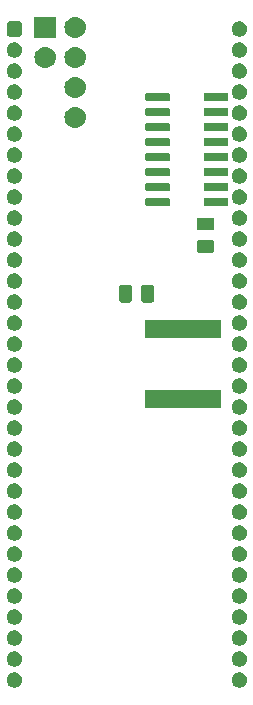
<source format=gbr>
G04 #@! TF.GenerationSoftware,KiCad,Pcbnew,(5.1.2)-1*
G04 #@! TF.CreationDate,2019-12-23T21:44:58-05:00*
G04 #@! TF.ProjectId,C64CPLA,43363443-504c-4412-9e6b-696361645f70,rev?*
G04 #@! TF.SameCoordinates,Original*
G04 #@! TF.FileFunction,Soldermask,Bot*
G04 #@! TF.FilePolarity,Negative*
%FSLAX46Y46*%
G04 Gerber Fmt 4.6, Leading zero omitted, Abs format (unit mm)*
G04 Created by KiCad (PCBNEW (5.1.2)-1) date 2019-12-23 21:44:58*
%MOMM*%
%LPD*%
G04 APERTURE LIST*
%ADD10C,0.100000*%
G04 APERTURE END LIST*
D10*
G36*
X113219890Y-105292017D02*
G01*
X113338364Y-105341091D01*
X113444988Y-105412335D01*
X113535665Y-105503012D01*
X113606909Y-105609636D01*
X113655983Y-105728110D01*
X113681000Y-105853882D01*
X113681000Y-105982118D01*
X113655983Y-106107890D01*
X113606909Y-106226364D01*
X113535665Y-106332988D01*
X113444988Y-106423665D01*
X113338364Y-106494909D01*
X113338363Y-106494910D01*
X113338362Y-106494910D01*
X113219890Y-106543983D01*
X113094119Y-106569000D01*
X112965881Y-106569000D01*
X112840110Y-106543983D01*
X112721638Y-106494910D01*
X112721637Y-106494910D01*
X112721636Y-106494909D01*
X112615012Y-106423665D01*
X112524335Y-106332988D01*
X112453091Y-106226364D01*
X112404017Y-106107890D01*
X112379000Y-105982118D01*
X112379000Y-105853882D01*
X112404017Y-105728110D01*
X112453091Y-105609636D01*
X112524335Y-105503012D01*
X112615012Y-105412335D01*
X112721636Y-105341091D01*
X112840110Y-105292017D01*
X112965881Y-105267000D01*
X113094119Y-105267000D01*
X113219890Y-105292017D01*
X113219890Y-105292017D01*
G37*
G36*
X94169890Y-105292017D02*
G01*
X94288364Y-105341091D01*
X94394988Y-105412335D01*
X94485665Y-105503012D01*
X94556909Y-105609636D01*
X94605983Y-105728110D01*
X94631000Y-105853882D01*
X94631000Y-105982118D01*
X94605983Y-106107890D01*
X94556909Y-106226364D01*
X94485665Y-106332988D01*
X94394988Y-106423665D01*
X94288364Y-106494909D01*
X94288363Y-106494910D01*
X94288362Y-106494910D01*
X94169890Y-106543983D01*
X94044119Y-106569000D01*
X93915881Y-106569000D01*
X93790110Y-106543983D01*
X93671638Y-106494910D01*
X93671637Y-106494910D01*
X93671636Y-106494909D01*
X93565012Y-106423665D01*
X93474335Y-106332988D01*
X93403091Y-106226364D01*
X93354017Y-106107890D01*
X93329000Y-105982118D01*
X93329000Y-105853882D01*
X93354017Y-105728110D01*
X93403091Y-105609636D01*
X93474335Y-105503012D01*
X93565012Y-105412335D01*
X93671636Y-105341091D01*
X93790110Y-105292017D01*
X93915881Y-105267000D01*
X94044119Y-105267000D01*
X94169890Y-105292017D01*
X94169890Y-105292017D01*
G37*
G36*
X94169890Y-103514017D02*
G01*
X94288364Y-103563091D01*
X94394988Y-103634335D01*
X94485665Y-103725012D01*
X94556909Y-103831636D01*
X94605983Y-103950110D01*
X94631000Y-104075882D01*
X94631000Y-104204118D01*
X94605983Y-104329890D01*
X94556909Y-104448364D01*
X94485665Y-104554988D01*
X94394988Y-104645665D01*
X94288364Y-104716909D01*
X94288363Y-104716910D01*
X94288362Y-104716910D01*
X94169890Y-104765983D01*
X94044119Y-104791000D01*
X93915881Y-104791000D01*
X93790110Y-104765983D01*
X93671638Y-104716910D01*
X93671637Y-104716910D01*
X93671636Y-104716909D01*
X93565012Y-104645665D01*
X93474335Y-104554988D01*
X93403091Y-104448364D01*
X93354017Y-104329890D01*
X93329000Y-104204118D01*
X93329000Y-104075882D01*
X93354017Y-103950110D01*
X93403091Y-103831636D01*
X93474335Y-103725012D01*
X93565012Y-103634335D01*
X93671636Y-103563091D01*
X93790110Y-103514017D01*
X93915881Y-103489000D01*
X94044119Y-103489000D01*
X94169890Y-103514017D01*
X94169890Y-103514017D01*
G37*
G36*
X113219890Y-103514017D02*
G01*
X113338364Y-103563091D01*
X113444988Y-103634335D01*
X113535665Y-103725012D01*
X113606909Y-103831636D01*
X113655983Y-103950110D01*
X113681000Y-104075882D01*
X113681000Y-104204118D01*
X113655983Y-104329890D01*
X113606909Y-104448364D01*
X113535665Y-104554988D01*
X113444988Y-104645665D01*
X113338364Y-104716909D01*
X113338363Y-104716910D01*
X113338362Y-104716910D01*
X113219890Y-104765983D01*
X113094119Y-104791000D01*
X112965881Y-104791000D01*
X112840110Y-104765983D01*
X112721638Y-104716910D01*
X112721637Y-104716910D01*
X112721636Y-104716909D01*
X112615012Y-104645665D01*
X112524335Y-104554988D01*
X112453091Y-104448364D01*
X112404017Y-104329890D01*
X112379000Y-104204118D01*
X112379000Y-104075882D01*
X112404017Y-103950110D01*
X112453091Y-103831636D01*
X112524335Y-103725012D01*
X112615012Y-103634335D01*
X112721636Y-103563091D01*
X112840110Y-103514017D01*
X112965881Y-103489000D01*
X113094119Y-103489000D01*
X113219890Y-103514017D01*
X113219890Y-103514017D01*
G37*
G36*
X94169890Y-101736017D02*
G01*
X94288364Y-101785091D01*
X94394988Y-101856335D01*
X94485665Y-101947012D01*
X94556909Y-102053636D01*
X94605983Y-102172110D01*
X94631000Y-102297882D01*
X94631000Y-102426118D01*
X94605983Y-102551890D01*
X94556909Y-102670364D01*
X94485665Y-102776988D01*
X94394988Y-102867665D01*
X94288364Y-102938909D01*
X94288363Y-102938910D01*
X94288362Y-102938910D01*
X94169890Y-102987983D01*
X94044119Y-103013000D01*
X93915881Y-103013000D01*
X93790110Y-102987983D01*
X93671638Y-102938910D01*
X93671637Y-102938910D01*
X93671636Y-102938909D01*
X93565012Y-102867665D01*
X93474335Y-102776988D01*
X93403091Y-102670364D01*
X93354017Y-102551890D01*
X93329000Y-102426118D01*
X93329000Y-102297882D01*
X93354017Y-102172110D01*
X93403091Y-102053636D01*
X93474335Y-101947012D01*
X93565012Y-101856335D01*
X93671636Y-101785091D01*
X93790110Y-101736017D01*
X93915881Y-101711000D01*
X94044119Y-101711000D01*
X94169890Y-101736017D01*
X94169890Y-101736017D01*
G37*
G36*
X113219890Y-101736017D02*
G01*
X113338364Y-101785091D01*
X113444988Y-101856335D01*
X113535665Y-101947012D01*
X113606909Y-102053636D01*
X113655983Y-102172110D01*
X113681000Y-102297882D01*
X113681000Y-102426118D01*
X113655983Y-102551890D01*
X113606909Y-102670364D01*
X113535665Y-102776988D01*
X113444988Y-102867665D01*
X113338364Y-102938909D01*
X113338363Y-102938910D01*
X113338362Y-102938910D01*
X113219890Y-102987983D01*
X113094119Y-103013000D01*
X112965881Y-103013000D01*
X112840110Y-102987983D01*
X112721638Y-102938910D01*
X112721637Y-102938910D01*
X112721636Y-102938909D01*
X112615012Y-102867665D01*
X112524335Y-102776988D01*
X112453091Y-102670364D01*
X112404017Y-102551890D01*
X112379000Y-102426118D01*
X112379000Y-102297882D01*
X112404017Y-102172110D01*
X112453091Y-102053636D01*
X112524335Y-101947012D01*
X112615012Y-101856335D01*
X112721636Y-101785091D01*
X112840110Y-101736017D01*
X112965881Y-101711000D01*
X113094119Y-101711000D01*
X113219890Y-101736017D01*
X113219890Y-101736017D01*
G37*
G36*
X113219890Y-99958017D02*
G01*
X113338364Y-100007091D01*
X113444988Y-100078335D01*
X113535665Y-100169012D01*
X113606909Y-100275636D01*
X113655983Y-100394110D01*
X113681000Y-100519882D01*
X113681000Y-100648118D01*
X113655983Y-100773890D01*
X113606909Y-100892364D01*
X113535665Y-100998988D01*
X113444988Y-101089665D01*
X113338364Y-101160909D01*
X113338363Y-101160910D01*
X113338362Y-101160910D01*
X113219890Y-101209983D01*
X113094119Y-101235000D01*
X112965881Y-101235000D01*
X112840110Y-101209983D01*
X112721638Y-101160910D01*
X112721637Y-101160910D01*
X112721636Y-101160909D01*
X112615012Y-101089665D01*
X112524335Y-100998988D01*
X112453091Y-100892364D01*
X112404017Y-100773890D01*
X112379000Y-100648118D01*
X112379000Y-100519882D01*
X112404017Y-100394110D01*
X112453091Y-100275636D01*
X112524335Y-100169012D01*
X112615012Y-100078335D01*
X112721636Y-100007091D01*
X112840110Y-99958017D01*
X112965881Y-99933000D01*
X113094119Y-99933000D01*
X113219890Y-99958017D01*
X113219890Y-99958017D01*
G37*
G36*
X94169890Y-99958017D02*
G01*
X94288364Y-100007091D01*
X94394988Y-100078335D01*
X94485665Y-100169012D01*
X94556909Y-100275636D01*
X94605983Y-100394110D01*
X94631000Y-100519882D01*
X94631000Y-100648118D01*
X94605983Y-100773890D01*
X94556909Y-100892364D01*
X94485665Y-100998988D01*
X94394988Y-101089665D01*
X94288364Y-101160909D01*
X94288363Y-101160910D01*
X94288362Y-101160910D01*
X94169890Y-101209983D01*
X94044119Y-101235000D01*
X93915881Y-101235000D01*
X93790110Y-101209983D01*
X93671638Y-101160910D01*
X93671637Y-101160910D01*
X93671636Y-101160909D01*
X93565012Y-101089665D01*
X93474335Y-100998988D01*
X93403091Y-100892364D01*
X93354017Y-100773890D01*
X93329000Y-100648118D01*
X93329000Y-100519882D01*
X93354017Y-100394110D01*
X93403091Y-100275636D01*
X93474335Y-100169012D01*
X93565012Y-100078335D01*
X93671636Y-100007091D01*
X93790110Y-99958017D01*
X93915881Y-99933000D01*
X94044119Y-99933000D01*
X94169890Y-99958017D01*
X94169890Y-99958017D01*
G37*
G36*
X94169890Y-98180017D02*
G01*
X94288364Y-98229091D01*
X94394988Y-98300335D01*
X94485665Y-98391012D01*
X94556909Y-98497636D01*
X94605983Y-98616110D01*
X94631000Y-98741882D01*
X94631000Y-98870118D01*
X94605983Y-98995890D01*
X94556909Y-99114364D01*
X94485665Y-99220988D01*
X94394988Y-99311665D01*
X94288364Y-99382909D01*
X94288363Y-99382910D01*
X94288362Y-99382910D01*
X94169890Y-99431983D01*
X94044119Y-99457000D01*
X93915881Y-99457000D01*
X93790110Y-99431983D01*
X93671638Y-99382910D01*
X93671637Y-99382910D01*
X93671636Y-99382909D01*
X93565012Y-99311665D01*
X93474335Y-99220988D01*
X93403091Y-99114364D01*
X93354017Y-98995890D01*
X93329000Y-98870118D01*
X93329000Y-98741882D01*
X93354017Y-98616110D01*
X93403091Y-98497636D01*
X93474335Y-98391012D01*
X93565012Y-98300335D01*
X93671636Y-98229091D01*
X93790110Y-98180017D01*
X93915881Y-98155000D01*
X94044119Y-98155000D01*
X94169890Y-98180017D01*
X94169890Y-98180017D01*
G37*
G36*
X113219890Y-98180017D02*
G01*
X113338364Y-98229091D01*
X113444988Y-98300335D01*
X113535665Y-98391012D01*
X113606909Y-98497636D01*
X113655983Y-98616110D01*
X113681000Y-98741882D01*
X113681000Y-98870118D01*
X113655983Y-98995890D01*
X113606909Y-99114364D01*
X113535665Y-99220988D01*
X113444988Y-99311665D01*
X113338364Y-99382909D01*
X113338363Y-99382910D01*
X113338362Y-99382910D01*
X113219890Y-99431983D01*
X113094119Y-99457000D01*
X112965881Y-99457000D01*
X112840110Y-99431983D01*
X112721638Y-99382910D01*
X112721637Y-99382910D01*
X112721636Y-99382909D01*
X112615012Y-99311665D01*
X112524335Y-99220988D01*
X112453091Y-99114364D01*
X112404017Y-98995890D01*
X112379000Y-98870118D01*
X112379000Y-98741882D01*
X112404017Y-98616110D01*
X112453091Y-98497636D01*
X112524335Y-98391012D01*
X112615012Y-98300335D01*
X112721636Y-98229091D01*
X112840110Y-98180017D01*
X112965881Y-98155000D01*
X113094119Y-98155000D01*
X113219890Y-98180017D01*
X113219890Y-98180017D01*
G37*
G36*
X113219890Y-96402017D02*
G01*
X113338364Y-96451091D01*
X113444988Y-96522335D01*
X113535665Y-96613012D01*
X113606909Y-96719636D01*
X113655983Y-96838110D01*
X113681000Y-96963882D01*
X113681000Y-97092118D01*
X113655983Y-97217890D01*
X113606909Y-97336364D01*
X113535665Y-97442988D01*
X113444988Y-97533665D01*
X113338364Y-97604909D01*
X113338363Y-97604910D01*
X113338362Y-97604910D01*
X113219890Y-97653983D01*
X113094119Y-97679000D01*
X112965881Y-97679000D01*
X112840110Y-97653983D01*
X112721638Y-97604910D01*
X112721637Y-97604910D01*
X112721636Y-97604909D01*
X112615012Y-97533665D01*
X112524335Y-97442988D01*
X112453091Y-97336364D01*
X112404017Y-97217890D01*
X112379000Y-97092118D01*
X112379000Y-96963882D01*
X112404017Y-96838110D01*
X112453091Y-96719636D01*
X112524335Y-96613012D01*
X112615012Y-96522335D01*
X112721636Y-96451091D01*
X112840110Y-96402017D01*
X112965881Y-96377000D01*
X113094119Y-96377000D01*
X113219890Y-96402017D01*
X113219890Y-96402017D01*
G37*
G36*
X94169890Y-96402017D02*
G01*
X94288364Y-96451091D01*
X94394988Y-96522335D01*
X94485665Y-96613012D01*
X94556909Y-96719636D01*
X94605983Y-96838110D01*
X94631000Y-96963882D01*
X94631000Y-97092118D01*
X94605983Y-97217890D01*
X94556909Y-97336364D01*
X94485665Y-97442988D01*
X94394988Y-97533665D01*
X94288364Y-97604909D01*
X94288363Y-97604910D01*
X94288362Y-97604910D01*
X94169890Y-97653983D01*
X94044119Y-97679000D01*
X93915881Y-97679000D01*
X93790110Y-97653983D01*
X93671638Y-97604910D01*
X93671637Y-97604910D01*
X93671636Y-97604909D01*
X93565012Y-97533665D01*
X93474335Y-97442988D01*
X93403091Y-97336364D01*
X93354017Y-97217890D01*
X93329000Y-97092118D01*
X93329000Y-96963882D01*
X93354017Y-96838110D01*
X93403091Y-96719636D01*
X93474335Y-96613012D01*
X93565012Y-96522335D01*
X93671636Y-96451091D01*
X93790110Y-96402017D01*
X93915881Y-96377000D01*
X94044119Y-96377000D01*
X94169890Y-96402017D01*
X94169890Y-96402017D01*
G37*
G36*
X113219890Y-94624017D02*
G01*
X113338364Y-94673091D01*
X113444988Y-94744335D01*
X113535665Y-94835012D01*
X113606909Y-94941636D01*
X113655983Y-95060110D01*
X113681000Y-95185882D01*
X113681000Y-95314118D01*
X113655983Y-95439890D01*
X113606909Y-95558364D01*
X113535665Y-95664988D01*
X113444988Y-95755665D01*
X113338364Y-95826909D01*
X113338363Y-95826910D01*
X113338362Y-95826910D01*
X113219890Y-95875983D01*
X113094119Y-95901000D01*
X112965881Y-95901000D01*
X112840110Y-95875983D01*
X112721638Y-95826910D01*
X112721637Y-95826910D01*
X112721636Y-95826909D01*
X112615012Y-95755665D01*
X112524335Y-95664988D01*
X112453091Y-95558364D01*
X112404017Y-95439890D01*
X112379000Y-95314118D01*
X112379000Y-95185882D01*
X112404017Y-95060110D01*
X112453091Y-94941636D01*
X112524335Y-94835012D01*
X112615012Y-94744335D01*
X112721636Y-94673091D01*
X112840110Y-94624017D01*
X112965881Y-94599000D01*
X113094119Y-94599000D01*
X113219890Y-94624017D01*
X113219890Y-94624017D01*
G37*
G36*
X94169890Y-94624017D02*
G01*
X94288364Y-94673091D01*
X94394988Y-94744335D01*
X94485665Y-94835012D01*
X94556909Y-94941636D01*
X94605983Y-95060110D01*
X94631000Y-95185882D01*
X94631000Y-95314118D01*
X94605983Y-95439890D01*
X94556909Y-95558364D01*
X94485665Y-95664988D01*
X94394988Y-95755665D01*
X94288364Y-95826909D01*
X94288363Y-95826910D01*
X94288362Y-95826910D01*
X94169890Y-95875983D01*
X94044119Y-95901000D01*
X93915881Y-95901000D01*
X93790110Y-95875983D01*
X93671638Y-95826910D01*
X93671637Y-95826910D01*
X93671636Y-95826909D01*
X93565012Y-95755665D01*
X93474335Y-95664988D01*
X93403091Y-95558364D01*
X93354017Y-95439890D01*
X93329000Y-95314118D01*
X93329000Y-95185882D01*
X93354017Y-95060110D01*
X93403091Y-94941636D01*
X93474335Y-94835012D01*
X93565012Y-94744335D01*
X93671636Y-94673091D01*
X93790110Y-94624017D01*
X93915881Y-94599000D01*
X94044119Y-94599000D01*
X94169890Y-94624017D01*
X94169890Y-94624017D01*
G37*
G36*
X94169890Y-92846017D02*
G01*
X94288364Y-92895091D01*
X94394988Y-92966335D01*
X94485665Y-93057012D01*
X94556909Y-93163636D01*
X94605983Y-93282110D01*
X94631000Y-93407882D01*
X94631000Y-93536118D01*
X94605983Y-93661890D01*
X94556909Y-93780364D01*
X94485665Y-93886988D01*
X94394988Y-93977665D01*
X94288364Y-94048909D01*
X94288363Y-94048910D01*
X94288362Y-94048910D01*
X94169890Y-94097983D01*
X94044119Y-94123000D01*
X93915881Y-94123000D01*
X93790110Y-94097983D01*
X93671638Y-94048910D01*
X93671637Y-94048910D01*
X93671636Y-94048909D01*
X93565012Y-93977665D01*
X93474335Y-93886988D01*
X93403091Y-93780364D01*
X93354017Y-93661890D01*
X93329000Y-93536118D01*
X93329000Y-93407882D01*
X93354017Y-93282110D01*
X93403091Y-93163636D01*
X93474335Y-93057012D01*
X93565012Y-92966335D01*
X93671636Y-92895091D01*
X93790110Y-92846017D01*
X93915881Y-92821000D01*
X94044119Y-92821000D01*
X94169890Y-92846017D01*
X94169890Y-92846017D01*
G37*
G36*
X113219890Y-92846017D02*
G01*
X113338364Y-92895091D01*
X113444988Y-92966335D01*
X113535665Y-93057012D01*
X113606909Y-93163636D01*
X113655983Y-93282110D01*
X113681000Y-93407882D01*
X113681000Y-93536118D01*
X113655983Y-93661890D01*
X113606909Y-93780364D01*
X113535665Y-93886988D01*
X113444988Y-93977665D01*
X113338364Y-94048909D01*
X113338363Y-94048910D01*
X113338362Y-94048910D01*
X113219890Y-94097983D01*
X113094119Y-94123000D01*
X112965881Y-94123000D01*
X112840110Y-94097983D01*
X112721638Y-94048910D01*
X112721637Y-94048910D01*
X112721636Y-94048909D01*
X112615012Y-93977665D01*
X112524335Y-93886988D01*
X112453091Y-93780364D01*
X112404017Y-93661890D01*
X112379000Y-93536118D01*
X112379000Y-93407882D01*
X112404017Y-93282110D01*
X112453091Y-93163636D01*
X112524335Y-93057012D01*
X112615012Y-92966335D01*
X112721636Y-92895091D01*
X112840110Y-92846017D01*
X112965881Y-92821000D01*
X113094119Y-92821000D01*
X113219890Y-92846017D01*
X113219890Y-92846017D01*
G37*
G36*
X113219890Y-91068017D02*
G01*
X113338364Y-91117091D01*
X113444988Y-91188335D01*
X113535665Y-91279012D01*
X113606909Y-91385636D01*
X113655983Y-91504110D01*
X113681000Y-91629882D01*
X113681000Y-91758118D01*
X113655983Y-91883890D01*
X113606909Y-92002364D01*
X113535665Y-92108988D01*
X113444988Y-92199665D01*
X113338364Y-92270909D01*
X113338363Y-92270910D01*
X113338362Y-92270910D01*
X113219890Y-92319983D01*
X113094119Y-92345000D01*
X112965881Y-92345000D01*
X112840110Y-92319983D01*
X112721638Y-92270910D01*
X112721637Y-92270910D01*
X112721636Y-92270909D01*
X112615012Y-92199665D01*
X112524335Y-92108988D01*
X112453091Y-92002364D01*
X112404017Y-91883890D01*
X112379000Y-91758118D01*
X112379000Y-91629882D01*
X112404017Y-91504110D01*
X112453091Y-91385636D01*
X112524335Y-91279012D01*
X112615012Y-91188335D01*
X112721636Y-91117091D01*
X112840110Y-91068017D01*
X112965881Y-91043000D01*
X113094119Y-91043000D01*
X113219890Y-91068017D01*
X113219890Y-91068017D01*
G37*
G36*
X94169890Y-91068017D02*
G01*
X94288364Y-91117091D01*
X94394988Y-91188335D01*
X94485665Y-91279012D01*
X94556909Y-91385636D01*
X94605983Y-91504110D01*
X94631000Y-91629882D01*
X94631000Y-91758118D01*
X94605983Y-91883890D01*
X94556909Y-92002364D01*
X94485665Y-92108988D01*
X94394988Y-92199665D01*
X94288364Y-92270909D01*
X94288363Y-92270910D01*
X94288362Y-92270910D01*
X94169890Y-92319983D01*
X94044119Y-92345000D01*
X93915881Y-92345000D01*
X93790110Y-92319983D01*
X93671638Y-92270910D01*
X93671637Y-92270910D01*
X93671636Y-92270909D01*
X93565012Y-92199665D01*
X93474335Y-92108988D01*
X93403091Y-92002364D01*
X93354017Y-91883890D01*
X93329000Y-91758118D01*
X93329000Y-91629882D01*
X93354017Y-91504110D01*
X93403091Y-91385636D01*
X93474335Y-91279012D01*
X93565012Y-91188335D01*
X93671636Y-91117091D01*
X93790110Y-91068017D01*
X93915881Y-91043000D01*
X94044119Y-91043000D01*
X94169890Y-91068017D01*
X94169890Y-91068017D01*
G37*
G36*
X113219890Y-89290017D02*
G01*
X113338364Y-89339091D01*
X113444988Y-89410335D01*
X113535665Y-89501012D01*
X113606909Y-89607636D01*
X113655983Y-89726110D01*
X113681000Y-89851882D01*
X113681000Y-89980118D01*
X113655983Y-90105890D01*
X113606909Y-90224364D01*
X113535665Y-90330988D01*
X113444988Y-90421665D01*
X113338364Y-90492909D01*
X113338363Y-90492910D01*
X113338362Y-90492910D01*
X113219890Y-90541983D01*
X113094119Y-90567000D01*
X112965881Y-90567000D01*
X112840110Y-90541983D01*
X112721638Y-90492910D01*
X112721637Y-90492910D01*
X112721636Y-90492909D01*
X112615012Y-90421665D01*
X112524335Y-90330988D01*
X112453091Y-90224364D01*
X112404017Y-90105890D01*
X112379000Y-89980118D01*
X112379000Y-89851882D01*
X112404017Y-89726110D01*
X112453091Y-89607636D01*
X112524335Y-89501012D01*
X112615012Y-89410335D01*
X112721636Y-89339091D01*
X112840110Y-89290017D01*
X112965881Y-89265000D01*
X113094119Y-89265000D01*
X113219890Y-89290017D01*
X113219890Y-89290017D01*
G37*
G36*
X94169890Y-89290017D02*
G01*
X94288364Y-89339091D01*
X94394988Y-89410335D01*
X94485665Y-89501012D01*
X94556909Y-89607636D01*
X94605983Y-89726110D01*
X94631000Y-89851882D01*
X94631000Y-89980118D01*
X94605983Y-90105890D01*
X94556909Y-90224364D01*
X94485665Y-90330988D01*
X94394988Y-90421665D01*
X94288364Y-90492909D01*
X94288363Y-90492910D01*
X94288362Y-90492910D01*
X94169890Y-90541983D01*
X94044119Y-90567000D01*
X93915881Y-90567000D01*
X93790110Y-90541983D01*
X93671638Y-90492910D01*
X93671637Y-90492910D01*
X93671636Y-90492909D01*
X93565012Y-90421665D01*
X93474335Y-90330988D01*
X93403091Y-90224364D01*
X93354017Y-90105890D01*
X93329000Y-89980118D01*
X93329000Y-89851882D01*
X93354017Y-89726110D01*
X93403091Y-89607636D01*
X93474335Y-89501012D01*
X93565012Y-89410335D01*
X93671636Y-89339091D01*
X93790110Y-89290017D01*
X93915881Y-89265000D01*
X94044119Y-89265000D01*
X94169890Y-89290017D01*
X94169890Y-89290017D01*
G37*
G36*
X94169890Y-87512017D02*
G01*
X94288364Y-87561091D01*
X94394988Y-87632335D01*
X94485665Y-87723012D01*
X94556909Y-87829636D01*
X94605983Y-87948110D01*
X94631000Y-88073882D01*
X94631000Y-88202118D01*
X94605983Y-88327890D01*
X94556909Y-88446364D01*
X94485665Y-88552988D01*
X94394988Y-88643665D01*
X94288364Y-88714909D01*
X94288363Y-88714910D01*
X94288362Y-88714910D01*
X94169890Y-88763983D01*
X94044119Y-88789000D01*
X93915881Y-88789000D01*
X93790110Y-88763983D01*
X93671638Y-88714910D01*
X93671637Y-88714910D01*
X93671636Y-88714909D01*
X93565012Y-88643665D01*
X93474335Y-88552988D01*
X93403091Y-88446364D01*
X93354017Y-88327890D01*
X93329000Y-88202118D01*
X93329000Y-88073882D01*
X93354017Y-87948110D01*
X93403091Y-87829636D01*
X93474335Y-87723012D01*
X93565012Y-87632335D01*
X93671636Y-87561091D01*
X93790110Y-87512017D01*
X93915881Y-87487000D01*
X94044119Y-87487000D01*
X94169890Y-87512017D01*
X94169890Y-87512017D01*
G37*
G36*
X113219890Y-87512017D02*
G01*
X113338364Y-87561091D01*
X113444988Y-87632335D01*
X113535665Y-87723012D01*
X113606909Y-87829636D01*
X113655983Y-87948110D01*
X113681000Y-88073882D01*
X113681000Y-88202118D01*
X113655983Y-88327890D01*
X113606909Y-88446364D01*
X113535665Y-88552988D01*
X113444988Y-88643665D01*
X113338364Y-88714909D01*
X113338363Y-88714910D01*
X113338362Y-88714910D01*
X113219890Y-88763983D01*
X113094119Y-88789000D01*
X112965881Y-88789000D01*
X112840110Y-88763983D01*
X112721638Y-88714910D01*
X112721637Y-88714910D01*
X112721636Y-88714909D01*
X112615012Y-88643665D01*
X112524335Y-88552988D01*
X112453091Y-88446364D01*
X112404017Y-88327890D01*
X112379000Y-88202118D01*
X112379000Y-88073882D01*
X112404017Y-87948110D01*
X112453091Y-87829636D01*
X112524335Y-87723012D01*
X112615012Y-87632335D01*
X112721636Y-87561091D01*
X112840110Y-87512017D01*
X112965881Y-87487000D01*
X113094119Y-87487000D01*
X113219890Y-87512017D01*
X113219890Y-87512017D01*
G37*
G36*
X113219890Y-85734017D02*
G01*
X113338364Y-85783091D01*
X113444988Y-85854335D01*
X113535665Y-85945012D01*
X113606909Y-86051636D01*
X113655983Y-86170110D01*
X113681000Y-86295882D01*
X113681000Y-86424118D01*
X113655983Y-86549890D01*
X113606909Y-86668364D01*
X113535665Y-86774988D01*
X113444988Y-86865665D01*
X113338364Y-86936909D01*
X113338363Y-86936910D01*
X113338362Y-86936910D01*
X113219890Y-86985983D01*
X113094119Y-87011000D01*
X112965881Y-87011000D01*
X112840110Y-86985983D01*
X112721638Y-86936910D01*
X112721637Y-86936910D01*
X112721636Y-86936909D01*
X112615012Y-86865665D01*
X112524335Y-86774988D01*
X112453091Y-86668364D01*
X112404017Y-86549890D01*
X112379000Y-86424118D01*
X112379000Y-86295882D01*
X112404017Y-86170110D01*
X112453091Y-86051636D01*
X112524335Y-85945012D01*
X112615012Y-85854335D01*
X112721636Y-85783091D01*
X112840110Y-85734017D01*
X112965881Y-85709000D01*
X113094119Y-85709000D01*
X113219890Y-85734017D01*
X113219890Y-85734017D01*
G37*
G36*
X94169890Y-85734017D02*
G01*
X94288364Y-85783091D01*
X94394988Y-85854335D01*
X94485665Y-85945012D01*
X94556909Y-86051636D01*
X94605983Y-86170110D01*
X94631000Y-86295882D01*
X94631000Y-86424118D01*
X94605983Y-86549890D01*
X94556909Y-86668364D01*
X94485665Y-86774988D01*
X94394988Y-86865665D01*
X94288364Y-86936909D01*
X94288363Y-86936910D01*
X94288362Y-86936910D01*
X94169890Y-86985983D01*
X94044119Y-87011000D01*
X93915881Y-87011000D01*
X93790110Y-86985983D01*
X93671638Y-86936910D01*
X93671637Y-86936910D01*
X93671636Y-86936909D01*
X93565012Y-86865665D01*
X93474335Y-86774988D01*
X93403091Y-86668364D01*
X93354017Y-86549890D01*
X93329000Y-86424118D01*
X93329000Y-86295882D01*
X93354017Y-86170110D01*
X93403091Y-86051636D01*
X93474335Y-85945012D01*
X93565012Y-85854335D01*
X93671636Y-85783091D01*
X93790110Y-85734017D01*
X93915881Y-85709000D01*
X94044119Y-85709000D01*
X94169890Y-85734017D01*
X94169890Y-85734017D01*
G37*
G36*
X113219890Y-83956017D02*
G01*
X113338364Y-84005091D01*
X113444988Y-84076335D01*
X113535665Y-84167012D01*
X113606909Y-84273636D01*
X113655983Y-84392110D01*
X113681000Y-84517882D01*
X113681000Y-84646118D01*
X113655983Y-84771890D01*
X113606909Y-84890364D01*
X113535665Y-84996988D01*
X113444988Y-85087665D01*
X113338364Y-85158909D01*
X113338363Y-85158910D01*
X113338362Y-85158910D01*
X113219890Y-85207983D01*
X113094119Y-85233000D01*
X112965881Y-85233000D01*
X112840110Y-85207983D01*
X112721638Y-85158910D01*
X112721637Y-85158910D01*
X112721636Y-85158909D01*
X112615012Y-85087665D01*
X112524335Y-84996988D01*
X112453091Y-84890364D01*
X112404017Y-84771890D01*
X112379000Y-84646118D01*
X112379000Y-84517882D01*
X112404017Y-84392110D01*
X112453091Y-84273636D01*
X112524335Y-84167012D01*
X112615012Y-84076335D01*
X112721636Y-84005091D01*
X112840110Y-83956017D01*
X112965881Y-83931000D01*
X113094119Y-83931000D01*
X113219890Y-83956017D01*
X113219890Y-83956017D01*
G37*
G36*
X94169890Y-83956017D02*
G01*
X94288364Y-84005091D01*
X94394988Y-84076335D01*
X94485665Y-84167012D01*
X94556909Y-84273636D01*
X94605983Y-84392110D01*
X94631000Y-84517882D01*
X94631000Y-84646118D01*
X94605983Y-84771890D01*
X94556909Y-84890364D01*
X94485665Y-84996988D01*
X94394988Y-85087665D01*
X94288364Y-85158909D01*
X94288363Y-85158910D01*
X94288362Y-85158910D01*
X94169890Y-85207983D01*
X94044119Y-85233000D01*
X93915881Y-85233000D01*
X93790110Y-85207983D01*
X93671638Y-85158910D01*
X93671637Y-85158910D01*
X93671636Y-85158909D01*
X93565012Y-85087665D01*
X93474335Y-84996988D01*
X93403091Y-84890364D01*
X93354017Y-84771890D01*
X93329000Y-84646118D01*
X93329000Y-84517882D01*
X93354017Y-84392110D01*
X93403091Y-84273636D01*
X93474335Y-84167012D01*
X93565012Y-84076335D01*
X93671636Y-84005091D01*
X93790110Y-83956017D01*
X93915881Y-83931000D01*
X94044119Y-83931000D01*
X94169890Y-83956017D01*
X94169890Y-83956017D01*
G37*
G36*
X94169890Y-82178017D02*
G01*
X94288364Y-82227091D01*
X94394988Y-82298335D01*
X94485665Y-82389012D01*
X94556909Y-82495636D01*
X94605983Y-82614110D01*
X94631000Y-82739882D01*
X94631000Y-82868118D01*
X94605983Y-82993890D01*
X94556909Y-83112364D01*
X94485665Y-83218988D01*
X94394988Y-83309665D01*
X94288364Y-83380909D01*
X94288363Y-83380910D01*
X94288362Y-83380910D01*
X94169890Y-83429983D01*
X94044119Y-83455000D01*
X93915881Y-83455000D01*
X93790110Y-83429983D01*
X93671638Y-83380910D01*
X93671637Y-83380910D01*
X93671636Y-83380909D01*
X93565012Y-83309665D01*
X93474335Y-83218988D01*
X93403091Y-83112364D01*
X93354017Y-82993890D01*
X93329000Y-82868118D01*
X93329000Y-82739882D01*
X93354017Y-82614110D01*
X93403091Y-82495636D01*
X93474335Y-82389012D01*
X93565012Y-82298335D01*
X93671636Y-82227091D01*
X93790110Y-82178017D01*
X93915881Y-82153000D01*
X94044119Y-82153000D01*
X94169890Y-82178017D01*
X94169890Y-82178017D01*
G37*
G36*
X113219890Y-82178017D02*
G01*
X113338364Y-82227091D01*
X113444988Y-82298335D01*
X113535665Y-82389012D01*
X113606909Y-82495636D01*
X113655983Y-82614110D01*
X113681000Y-82739882D01*
X113681000Y-82868118D01*
X113655983Y-82993890D01*
X113606909Y-83112364D01*
X113535665Y-83218988D01*
X113444988Y-83309665D01*
X113338364Y-83380909D01*
X113338363Y-83380910D01*
X113338362Y-83380910D01*
X113219890Y-83429983D01*
X113094119Y-83455000D01*
X112965881Y-83455000D01*
X112840110Y-83429983D01*
X112721638Y-83380910D01*
X112721637Y-83380910D01*
X112721636Y-83380909D01*
X112615012Y-83309665D01*
X112524335Y-83218988D01*
X112453091Y-83112364D01*
X112404017Y-82993890D01*
X112379000Y-82868118D01*
X112379000Y-82739882D01*
X112404017Y-82614110D01*
X112453091Y-82495636D01*
X112524335Y-82389012D01*
X112615012Y-82298335D01*
X112721636Y-82227091D01*
X112840110Y-82178017D01*
X112965881Y-82153000D01*
X113094119Y-82153000D01*
X113219890Y-82178017D01*
X113219890Y-82178017D01*
G37*
G36*
X111468500Y-82910500D02*
G01*
X105066500Y-82910500D01*
X105066500Y-81358500D01*
X111468500Y-81358500D01*
X111468500Y-82910500D01*
X111468500Y-82910500D01*
G37*
G36*
X94169890Y-80400017D02*
G01*
X94288364Y-80449091D01*
X94394988Y-80520335D01*
X94485665Y-80611012D01*
X94556909Y-80717636D01*
X94605983Y-80836110D01*
X94631000Y-80961882D01*
X94631000Y-81090118D01*
X94605983Y-81215890D01*
X94556909Y-81334364D01*
X94485665Y-81440988D01*
X94394988Y-81531665D01*
X94288364Y-81602909D01*
X94288363Y-81602910D01*
X94288362Y-81602910D01*
X94169890Y-81651983D01*
X94044119Y-81677000D01*
X93915881Y-81677000D01*
X93790110Y-81651983D01*
X93671638Y-81602910D01*
X93671637Y-81602910D01*
X93671636Y-81602909D01*
X93565012Y-81531665D01*
X93474335Y-81440988D01*
X93403091Y-81334364D01*
X93354017Y-81215890D01*
X93329000Y-81090118D01*
X93329000Y-80961882D01*
X93354017Y-80836110D01*
X93403091Y-80717636D01*
X93474335Y-80611012D01*
X93565012Y-80520335D01*
X93671636Y-80449091D01*
X93790110Y-80400017D01*
X93915881Y-80375000D01*
X94044119Y-80375000D01*
X94169890Y-80400017D01*
X94169890Y-80400017D01*
G37*
G36*
X113219890Y-80400017D02*
G01*
X113338364Y-80449091D01*
X113444988Y-80520335D01*
X113535665Y-80611012D01*
X113606909Y-80717636D01*
X113655983Y-80836110D01*
X113681000Y-80961882D01*
X113681000Y-81090118D01*
X113655983Y-81215890D01*
X113606909Y-81334364D01*
X113535665Y-81440988D01*
X113444988Y-81531665D01*
X113338364Y-81602909D01*
X113338363Y-81602910D01*
X113338362Y-81602910D01*
X113219890Y-81651983D01*
X113094119Y-81677000D01*
X112965881Y-81677000D01*
X112840110Y-81651983D01*
X112721638Y-81602910D01*
X112721637Y-81602910D01*
X112721636Y-81602909D01*
X112615012Y-81531665D01*
X112524335Y-81440988D01*
X112453091Y-81334364D01*
X112404017Y-81215890D01*
X112379000Y-81090118D01*
X112379000Y-80961882D01*
X112404017Y-80836110D01*
X112453091Y-80717636D01*
X112524335Y-80611012D01*
X112615012Y-80520335D01*
X112721636Y-80449091D01*
X112840110Y-80400017D01*
X112965881Y-80375000D01*
X113094119Y-80375000D01*
X113219890Y-80400017D01*
X113219890Y-80400017D01*
G37*
G36*
X113219890Y-78622017D02*
G01*
X113338364Y-78671091D01*
X113444988Y-78742335D01*
X113535665Y-78833012D01*
X113606909Y-78939636D01*
X113655983Y-79058110D01*
X113681000Y-79183882D01*
X113681000Y-79312118D01*
X113655983Y-79437890D01*
X113606909Y-79556364D01*
X113535665Y-79662988D01*
X113444988Y-79753665D01*
X113338364Y-79824909D01*
X113338363Y-79824910D01*
X113338362Y-79824910D01*
X113219890Y-79873983D01*
X113094119Y-79899000D01*
X112965881Y-79899000D01*
X112840110Y-79873983D01*
X112721638Y-79824910D01*
X112721637Y-79824910D01*
X112721636Y-79824909D01*
X112615012Y-79753665D01*
X112524335Y-79662988D01*
X112453091Y-79556364D01*
X112404017Y-79437890D01*
X112379000Y-79312118D01*
X112379000Y-79183882D01*
X112404017Y-79058110D01*
X112453091Y-78939636D01*
X112524335Y-78833012D01*
X112615012Y-78742335D01*
X112721636Y-78671091D01*
X112840110Y-78622017D01*
X112965881Y-78597000D01*
X113094119Y-78597000D01*
X113219890Y-78622017D01*
X113219890Y-78622017D01*
G37*
G36*
X94169890Y-78622017D02*
G01*
X94288364Y-78671091D01*
X94394988Y-78742335D01*
X94485665Y-78833012D01*
X94556909Y-78939636D01*
X94605983Y-79058110D01*
X94631000Y-79183882D01*
X94631000Y-79312118D01*
X94605983Y-79437890D01*
X94556909Y-79556364D01*
X94485665Y-79662988D01*
X94394988Y-79753665D01*
X94288364Y-79824909D01*
X94288363Y-79824910D01*
X94288362Y-79824910D01*
X94169890Y-79873983D01*
X94044119Y-79899000D01*
X93915881Y-79899000D01*
X93790110Y-79873983D01*
X93671638Y-79824910D01*
X93671637Y-79824910D01*
X93671636Y-79824909D01*
X93565012Y-79753665D01*
X93474335Y-79662988D01*
X93403091Y-79556364D01*
X93354017Y-79437890D01*
X93329000Y-79312118D01*
X93329000Y-79183882D01*
X93354017Y-79058110D01*
X93403091Y-78939636D01*
X93474335Y-78833012D01*
X93565012Y-78742335D01*
X93671636Y-78671091D01*
X93790110Y-78622017D01*
X93915881Y-78597000D01*
X94044119Y-78597000D01*
X94169890Y-78622017D01*
X94169890Y-78622017D01*
G37*
G36*
X113219890Y-76844017D02*
G01*
X113338364Y-76893091D01*
X113444988Y-76964335D01*
X113535665Y-77055012D01*
X113606909Y-77161636D01*
X113655983Y-77280110D01*
X113681000Y-77405882D01*
X113681000Y-77534118D01*
X113655983Y-77659890D01*
X113606909Y-77778364D01*
X113535665Y-77884988D01*
X113444988Y-77975665D01*
X113338364Y-78046909D01*
X113338363Y-78046910D01*
X113338362Y-78046910D01*
X113219890Y-78095983D01*
X113094119Y-78121000D01*
X112965881Y-78121000D01*
X112840110Y-78095983D01*
X112721638Y-78046910D01*
X112721637Y-78046910D01*
X112721636Y-78046909D01*
X112615012Y-77975665D01*
X112524335Y-77884988D01*
X112453091Y-77778364D01*
X112404017Y-77659890D01*
X112379000Y-77534118D01*
X112379000Y-77405882D01*
X112404017Y-77280110D01*
X112453091Y-77161636D01*
X112524335Y-77055012D01*
X112615012Y-76964335D01*
X112721636Y-76893091D01*
X112840110Y-76844017D01*
X112965881Y-76819000D01*
X113094119Y-76819000D01*
X113219890Y-76844017D01*
X113219890Y-76844017D01*
G37*
G36*
X94169890Y-76844017D02*
G01*
X94288364Y-76893091D01*
X94394988Y-76964335D01*
X94485665Y-77055012D01*
X94556909Y-77161636D01*
X94605983Y-77280110D01*
X94631000Y-77405882D01*
X94631000Y-77534118D01*
X94605983Y-77659890D01*
X94556909Y-77778364D01*
X94485665Y-77884988D01*
X94394988Y-77975665D01*
X94288364Y-78046909D01*
X94288363Y-78046910D01*
X94288362Y-78046910D01*
X94169890Y-78095983D01*
X94044119Y-78121000D01*
X93915881Y-78121000D01*
X93790110Y-78095983D01*
X93671638Y-78046910D01*
X93671637Y-78046910D01*
X93671636Y-78046909D01*
X93565012Y-77975665D01*
X93474335Y-77884988D01*
X93403091Y-77778364D01*
X93354017Y-77659890D01*
X93329000Y-77534118D01*
X93329000Y-77405882D01*
X93354017Y-77280110D01*
X93403091Y-77161636D01*
X93474335Y-77055012D01*
X93565012Y-76964335D01*
X93671636Y-76893091D01*
X93790110Y-76844017D01*
X93915881Y-76819000D01*
X94044119Y-76819000D01*
X94169890Y-76844017D01*
X94169890Y-76844017D01*
G37*
G36*
X111468500Y-77010500D02*
G01*
X105066500Y-77010500D01*
X105066500Y-75458500D01*
X111468500Y-75458500D01*
X111468500Y-77010500D01*
X111468500Y-77010500D01*
G37*
G36*
X94169890Y-75066017D02*
G01*
X94288364Y-75115091D01*
X94394988Y-75186335D01*
X94485665Y-75277012D01*
X94556909Y-75383636D01*
X94605983Y-75502110D01*
X94631000Y-75627882D01*
X94631000Y-75756118D01*
X94605983Y-75881890D01*
X94556909Y-76000364D01*
X94485665Y-76106988D01*
X94394988Y-76197665D01*
X94288364Y-76268909D01*
X94288363Y-76268910D01*
X94288362Y-76268910D01*
X94169890Y-76317983D01*
X94044119Y-76343000D01*
X93915881Y-76343000D01*
X93790110Y-76317983D01*
X93671638Y-76268910D01*
X93671637Y-76268910D01*
X93671636Y-76268909D01*
X93565012Y-76197665D01*
X93474335Y-76106988D01*
X93403091Y-76000364D01*
X93354017Y-75881890D01*
X93329000Y-75756118D01*
X93329000Y-75627882D01*
X93354017Y-75502110D01*
X93403091Y-75383636D01*
X93474335Y-75277012D01*
X93565012Y-75186335D01*
X93671636Y-75115091D01*
X93790110Y-75066017D01*
X93915881Y-75041000D01*
X94044119Y-75041000D01*
X94169890Y-75066017D01*
X94169890Y-75066017D01*
G37*
G36*
X113219890Y-75066017D02*
G01*
X113338364Y-75115091D01*
X113444988Y-75186335D01*
X113535665Y-75277012D01*
X113606909Y-75383636D01*
X113655983Y-75502110D01*
X113681000Y-75627882D01*
X113681000Y-75756118D01*
X113655983Y-75881890D01*
X113606909Y-76000364D01*
X113535665Y-76106988D01*
X113444988Y-76197665D01*
X113338364Y-76268909D01*
X113338363Y-76268910D01*
X113338362Y-76268910D01*
X113219890Y-76317983D01*
X113094119Y-76343000D01*
X112965881Y-76343000D01*
X112840110Y-76317983D01*
X112721638Y-76268910D01*
X112721637Y-76268910D01*
X112721636Y-76268909D01*
X112615012Y-76197665D01*
X112524335Y-76106988D01*
X112453091Y-76000364D01*
X112404017Y-75881890D01*
X112379000Y-75756118D01*
X112379000Y-75627882D01*
X112404017Y-75502110D01*
X112453091Y-75383636D01*
X112524335Y-75277012D01*
X112615012Y-75186335D01*
X112721636Y-75115091D01*
X112840110Y-75066017D01*
X112965881Y-75041000D01*
X113094119Y-75041000D01*
X113219890Y-75066017D01*
X113219890Y-75066017D01*
G37*
G36*
X94169890Y-73288017D02*
G01*
X94288364Y-73337091D01*
X94394988Y-73408335D01*
X94485665Y-73499012D01*
X94556910Y-73605638D01*
X94605983Y-73724110D01*
X94630395Y-73846837D01*
X94631000Y-73849882D01*
X94631000Y-73978118D01*
X94605983Y-74103890D01*
X94556909Y-74222364D01*
X94485665Y-74328988D01*
X94394988Y-74419665D01*
X94288364Y-74490909D01*
X94288363Y-74490910D01*
X94288362Y-74490910D01*
X94169890Y-74539983D01*
X94044119Y-74565000D01*
X93915881Y-74565000D01*
X93790110Y-74539983D01*
X93671638Y-74490910D01*
X93671637Y-74490910D01*
X93671636Y-74490909D01*
X93565012Y-74419665D01*
X93474335Y-74328988D01*
X93403091Y-74222364D01*
X93354017Y-74103890D01*
X93329000Y-73978118D01*
X93329000Y-73849882D01*
X93329606Y-73846837D01*
X93354017Y-73724110D01*
X93403090Y-73605638D01*
X93474335Y-73499012D01*
X93565012Y-73408335D01*
X93671636Y-73337091D01*
X93790110Y-73288017D01*
X93915881Y-73263000D01*
X94044119Y-73263000D01*
X94169890Y-73288017D01*
X94169890Y-73288017D01*
G37*
G36*
X113219890Y-73288017D02*
G01*
X113338364Y-73337091D01*
X113444988Y-73408335D01*
X113535665Y-73499012D01*
X113606910Y-73605638D01*
X113655983Y-73724110D01*
X113680395Y-73846837D01*
X113681000Y-73849882D01*
X113681000Y-73978118D01*
X113655983Y-74103890D01*
X113606909Y-74222364D01*
X113535665Y-74328988D01*
X113444988Y-74419665D01*
X113338364Y-74490909D01*
X113338363Y-74490910D01*
X113338362Y-74490910D01*
X113219890Y-74539983D01*
X113094119Y-74565000D01*
X112965881Y-74565000D01*
X112840110Y-74539983D01*
X112721638Y-74490910D01*
X112721637Y-74490910D01*
X112721636Y-74490909D01*
X112615012Y-74419665D01*
X112524335Y-74328988D01*
X112453091Y-74222364D01*
X112404017Y-74103890D01*
X112379000Y-73978118D01*
X112379000Y-73849882D01*
X112379606Y-73846837D01*
X112404017Y-73724110D01*
X112453090Y-73605638D01*
X112524335Y-73499012D01*
X112615012Y-73408335D01*
X112721636Y-73337091D01*
X112840110Y-73288017D01*
X112965881Y-73263000D01*
X113094119Y-73263000D01*
X113219890Y-73288017D01*
X113219890Y-73288017D01*
G37*
G36*
X105639968Y-72469065D02*
G01*
X105678638Y-72480796D01*
X105714277Y-72499846D01*
X105745517Y-72525483D01*
X105771154Y-72556723D01*
X105790204Y-72592362D01*
X105801935Y-72631032D01*
X105806500Y-72677388D01*
X105806500Y-73753612D01*
X105801935Y-73799968D01*
X105790204Y-73838638D01*
X105771154Y-73874277D01*
X105745517Y-73905517D01*
X105714277Y-73931154D01*
X105678638Y-73950204D01*
X105639968Y-73961935D01*
X105593612Y-73966500D01*
X104942388Y-73966500D01*
X104896032Y-73961935D01*
X104857362Y-73950204D01*
X104821723Y-73931154D01*
X104790483Y-73905517D01*
X104764846Y-73874277D01*
X104745796Y-73838638D01*
X104734065Y-73799968D01*
X104729500Y-73753612D01*
X104729500Y-72677388D01*
X104734065Y-72631032D01*
X104745796Y-72592362D01*
X104764846Y-72556723D01*
X104790483Y-72525483D01*
X104821723Y-72499846D01*
X104857362Y-72480796D01*
X104896032Y-72469065D01*
X104942388Y-72464500D01*
X105593612Y-72464500D01*
X105639968Y-72469065D01*
X105639968Y-72469065D01*
G37*
G36*
X103764968Y-72469065D02*
G01*
X103803638Y-72480796D01*
X103839277Y-72499846D01*
X103870517Y-72525483D01*
X103896154Y-72556723D01*
X103915204Y-72592362D01*
X103926935Y-72631032D01*
X103931500Y-72677388D01*
X103931500Y-73753612D01*
X103926935Y-73799968D01*
X103915204Y-73838638D01*
X103896154Y-73874277D01*
X103870517Y-73905517D01*
X103839277Y-73931154D01*
X103803638Y-73950204D01*
X103764968Y-73961935D01*
X103718612Y-73966500D01*
X103067388Y-73966500D01*
X103021032Y-73961935D01*
X102982362Y-73950204D01*
X102946723Y-73931154D01*
X102915483Y-73905517D01*
X102889846Y-73874277D01*
X102870796Y-73838638D01*
X102859065Y-73799968D01*
X102854500Y-73753612D01*
X102854500Y-72677388D01*
X102859065Y-72631032D01*
X102870796Y-72592362D01*
X102889846Y-72556723D01*
X102915483Y-72525483D01*
X102946723Y-72499846D01*
X102982362Y-72480796D01*
X103021032Y-72469065D01*
X103067388Y-72464500D01*
X103718612Y-72464500D01*
X103764968Y-72469065D01*
X103764968Y-72469065D01*
G37*
G36*
X113219890Y-71510017D02*
G01*
X113338364Y-71559091D01*
X113444988Y-71630335D01*
X113535665Y-71721012D01*
X113606909Y-71827636D01*
X113655983Y-71946110D01*
X113681000Y-72071882D01*
X113681000Y-72200118D01*
X113655983Y-72325890D01*
X113606909Y-72444364D01*
X113535665Y-72550988D01*
X113444988Y-72641665D01*
X113338364Y-72712909D01*
X113338363Y-72712910D01*
X113338362Y-72712910D01*
X113219890Y-72761983D01*
X113094119Y-72787000D01*
X112965881Y-72787000D01*
X112840110Y-72761983D01*
X112721638Y-72712910D01*
X112721637Y-72712910D01*
X112721636Y-72712909D01*
X112615012Y-72641665D01*
X112524335Y-72550988D01*
X112453091Y-72444364D01*
X112404017Y-72325890D01*
X112379000Y-72200118D01*
X112379000Y-72071882D01*
X112404017Y-71946110D01*
X112453091Y-71827636D01*
X112524335Y-71721012D01*
X112615012Y-71630335D01*
X112721636Y-71559091D01*
X112840110Y-71510017D01*
X112965881Y-71485000D01*
X113094119Y-71485000D01*
X113219890Y-71510017D01*
X113219890Y-71510017D01*
G37*
G36*
X94169890Y-71510017D02*
G01*
X94288364Y-71559091D01*
X94394988Y-71630335D01*
X94485665Y-71721012D01*
X94556909Y-71827636D01*
X94605983Y-71946110D01*
X94631000Y-72071882D01*
X94631000Y-72200118D01*
X94605983Y-72325890D01*
X94556909Y-72444364D01*
X94485665Y-72550988D01*
X94394988Y-72641665D01*
X94288364Y-72712909D01*
X94288363Y-72712910D01*
X94288362Y-72712910D01*
X94169890Y-72761983D01*
X94044119Y-72787000D01*
X93915881Y-72787000D01*
X93790110Y-72761983D01*
X93671638Y-72712910D01*
X93671637Y-72712910D01*
X93671636Y-72712909D01*
X93565012Y-72641665D01*
X93474335Y-72550988D01*
X93403091Y-72444364D01*
X93354017Y-72325890D01*
X93329000Y-72200118D01*
X93329000Y-72071882D01*
X93354017Y-71946110D01*
X93403091Y-71827636D01*
X93474335Y-71721012D01*
X93565012Y-71630335D01*
X93671636Y-71559091D01*
X93790110Y-71510017D01*
X93915881Y-71485000D01*
X94044119Y-71485000D01*
X94169890Y-71510017D01*
X94169890Y-71510017D01*
G37*
G36*
X113170556Y-69722204D02*
G01*
X113219890Y-69732017D01*
X113338364Y-69781091D01*
X113444988Y-69852335D01*
X113535665Y-69943012D01*
X113606909Y-70049636D01*
X113655983Y-70168110D01*
X113681000Y-70293882D01*
X113681000Y-70422118D01*
X113655983Y-70547890D01*
X113606909Y-70666364D01*
X113535665Y-70772988D01*
X113444988Y-70863665D01*
X113338364Y-70934909D01*
X113338363Y-70934910D01*
X113338362Y-70934910D01*
X113219890Y-70983983D01*
X113094119Y-71009000D01*
X112965881Y-71009000D01*
X112840110Y-70983983D01*
X112721638Y-70934910D01*
X112721637Y-70934910D01*
X112721636Y-70934909D01*
X112615012Y-70863665D01*
X112524335Y-70772988D01*
X112453091Y-70666364D01*
X112404017Y-70547890D01*
X112379000Y-70422118D01*
X112379000Y-70293882D01*
X112404017Y-70168110D01*
X112453091Y-70049636D01*
X112524335Y-69943012D01*
X112615012Y-69852335D01*
X112721636Y-69781091D01*
X112840110Y-69732017D01*
X112889444Y-69722204D01*
X112965881Y-69707000D01*
X113094119Y-69707000D01*
X113170556Y-69722204D01*
X113170556Y-69722204D01*
G37*
G36*
X94120556Y-69722204D02*
G01*
X94169890Y-69732017D01*
X94288364Y-69781091D01*
X94394988Y-69852335D01*
X94485665Y-69943012D01*
X94556909Y-70049636D01*
X94605983Y-70168110D01*
X94631000Y-70293882D01*
X94631000Y-70422118D01*
X94605983Y-70547890D01*
X94556909Y-70666364D01*
X94485665Y-70772988D01*
X94394988Y-70863665D01*
X94288364Y-70934909D01*
X94288363Y-70934910D01*
X94288362Y-70934910D01*
X94169890Y-70983983D01*
X94044119Y-71009000D01*
X93915881Y-71009000D01*
X93790110Y-70983983D01*
X93671638Y-70934910D01*
X93671637Y-70934910D01*
X93671636Y-70934909D01*
X93565012Y-70863665D01*
X93474335Y-70772988D01*
X93403091Y-70666364D01*
X93354017Y-70547890D01*
X93329000Y-70422118D01*
X93329000Y-70293882D01*
X93354017Y-70168110D01*
X93403091Y-70049636D01*
X93474335Y-69943012D01*
X93565012Y-69852335D01*
X93671636Y-69781091D01*
X93790110Y-69732017D01*
X93839444Y-69722204D01*
X93915881Y-69707000D01*
X94044119Y-69707000D01*
X94120556Y-69722204D01*
X94120556Y-69722204D01*
G37*
G36*
X110756968Y-68666065D02*
G01*
X110795638Y-68677796D01*
X110831277Y-68696846D01*
X110862517Y-68722483D01*
X110888154Y-68753723D01*
X110907204Y-68789362D01*
X110918935Y-68828032D01*
X110923500Y-68874388D01*
X110923500Y-69525612D01*
X110918935Y-69571968D01*
X110907204Y-69610638D01*
X110888154Y-69646277D01*
X110862517Y-69677517D01*
X110831277Y-69703154D01*
X110795638Y-69722204D01*
X110756968Y-69733935D01*
X110710612Y-69738500D01*
X109634388Y-69738500D01*
X109588032Y-69733935D01*
X109549362Y-69722204D01*
X109513723Y-69703154D01*
X109482483Y-69677517D01*
X109456846Y-69646277D01*
X109437796Y-69610638D01*
X109426065Y-69571968D01*
X109421500Y-69525612D01*
X109421500Y-68874388D01*
X109426065Y-68828032D01*
X109437796Y-68789362D01*
X109456846Y-68753723D01*
X109482483Y-68722483D01*
X109513723Y-68696846D01*
X109549362Y-68677796D01*
X109588032Y-68666065D01*
X109634388Y-68661500D01*
X110710612Y-68661500D01*
X110756968Y-68666065D01*
X110756968Y-68666065D01*
G37*
G36*
X94169890Y-67954017D02*
G01*
X94288364Y-68003091D01*
X94394988Y-68074335D01*
X94485665Y-68165012D01*
X94556910Y-68271638D01*
X94605983Y-68390110D01*
X94631000Y-68515881D01*
X94631000Y-68644119D01*
X94624301Y-68677796D01*
X94605983Y-68769890D01*
X94556909Y-68888364D01*
X94485665Y-68994988D01*
X94394988Y-69085665D01*
X94288364Y-69156909D01*
X94288363Y-69156910D01*
X94288362Y-69156910D01*
X94169890Y-69205983D01*
X94044119Y-69231000D01*
X93915881Y-69231000D01*
X93790110Y-69205983D01*
X93671638Y-69156910D01*
X93671637Y-69156910D01*
X93671636Y-69156909D01*
X93565012Y-69085665D01*
X93474335Y-68994988D01*
X93403091Y-68888364D01*
X93354017Y-68769890D01*
X93335699Y-68677796D01*
X93329000Y-68644119D01*
X93329000Y-68515881D01*
X93354017Y-68390110D01*
X93403090Y-68271638D01*
X93474335Y-68165012D01*
X93565012Y-68074335D01*
X93671636Y-68003091D01*
X93790110Y-67954017D01*
X93915881Y-67929000D01*
X94044119Y-67929000D01*
X94169890Y-67954017D01*
X94169890Y-67954017D01*
G37*
G36*
X113219890Y-67954017D02*
G01*
X113338364Y-68003091D01*
X113444988Y-68074335D01*
X113535665Y-68165012D01*
X113606910Y-68271638D01*
X113655983Y-68390110D01*
X113681000Y-68515881D01*
X113681000Y-68644119D01*
X113674301Y-68677796D01*
X113655983Y-68769890D01*
X113606909Y-68888364D01*
X113535665Y-68994988D01*
X113444988Y-69085665D01*
X113338364Y-69156909D01*
X113338363Y-69156910D01*
X113338362Y-69156910D01*
X113219890Y-69205983D01*
X113094119Y-69231000D01*
X112965881Y-69231000D01*
X112840110Y-69205983D01*
X112721638Y-69156910D01*
X112721637Y-69156910D01*
X112721636Y-69156909D01*
X112615012Y-69085665D01*
X112524335Y-68994988D01*
X112453091Y-68888364D01*
X112404017Y-68769890D01*
X112385699Y-68677796D01*
X112379000Y-68644119D01*
X112379000Y-68515881D01*
X112404017Y-68390110D01*
X112453090Y-68271638D01*
X112524335Y-68165012D01*
X112615012Y-68074335D01*
X112721636Y-68003091D01*
X112840110Y-67954017D01*
X112965881Y-67929000D01*
X113094119Y-67929000D01*
X113219890Y-67954017D01*
X113219890Y-67954017D01*
G37*
G36*
X110756968Y-66791065D02*
G01*
X110795638Y-66802796D01*
X110831277Y-66821846D01*
X110862517Y-66847483D01*
X110888154Y-66878723D01*
X110907204Y-66914362D01*
X110918935Y-66953032D01*
X110923500Y-66999388D01*
X110923500Y-67650612D01*
X110918935Y-67696968D01*
X110907204Y-67735638D01*
X110888154Y-67771277D01*
X110862517Y-67802517D01*
X110831277Y-67828154D01*
X110795638Y-67847204D01*
X110756968Y-67858935D01*
X110710612Y-67863500D01*
X109634388Y-67863500D01*
X109588032Y-67858935D01*
X109549362Y-67847204D01*
X109513723Y-67828154D01*
X109482483Y-67802517D01*
X109456846Y-67771277D01*
X109437796Y-67735638D01*
X109426065Y-67696968D01*
X109421500Y-67650612D01*
X109421500Y-66999388D01*
X109426065Y-66953032D01*
X109437796Y-66914362D01*
X109456846Y-66878723D01*
X109482483Y-66847483D01*
X109513723Y-66821846D01*
X109549362Y-66802796D01*
X109588032Y-66791065D01*
X109634388Y-66786500D01*
X110710612Y-66786500D01*
X110756968Y-66791065D01*
X110756968Y-66791065D01*
G37*
G36*
X94169890Y-66176017D02*
G01*
X94288364Y-66225091D01*
X94394988Y-66296335D01*
X94485665Y-66387012D01*
X94556909Y-66493636D01*
X94605983Y-66612110D01*
X94631000Y-66737882D01*
X94631000Y-66866118D01*
X94605983Y-66991890D01*
X94556909Y-67110364D01*
X94485665Y-67216988D01*
X94394988Y-67307665D01*
X94288364Y-67378909D01*
X94288363Y-67378910D01*
X94288362Y-67378910D01*
X94169890Y-67427983D01*
X94044119Y-67453000D01*
X93915881Y-67453000D01*
X93790110Y-67427983D01*
X93671638Y-67378910D01*
X93671637Y-67378910D01*
X93671636Y-67378909D01*
X93565012Y-67307665D01*
X93474335Y-67216988D01*
X93403091Y-67110364D01*
X93354017Y-66991890D01*
X93329000Y-66866118D01*
X93329000Y-66737882D01*
X93354017Y-66612110D01*
X93403091Y-66493636D01*
X93474335Y-66387012D01*
X93565012Y-66296335D01*
X93671636Y-66225091D01*
X93790110Y-66176017D01*
X93915881Y-66151000D01*
X94044119Y-66151000D01*
X94169890Y-66176017D01*
X94169890Y-66176017D01*
G37*
G36*
X113219890Y-66176017D02*
G01*
X113338364Y-66225091D01*
X113444988Y-66296335D01*
X113535665Y-66387012D01*
X113606909Y-66493636D01*
X113655983Y-66612110D01*
X113681000Y-66737882D01*
X113681000Y-66866118D01*
X113655983Y-66991890D01*
X113606909Y-67110364D01*
X113535665Y-67216988D01*
X113444988Y-67307665D01*
X113338364Y-67378909D01*
X113338363Y-67378910D01*
X113338362Y-67378910D01*
X113219890Y-67427983D01*
X113094119Y-67453000D01*
X112965881Y-67453000D01*
X112840110Y-67427983D01*
X112721638Y-67378910D01*
X112721637Y-67378910D01*
X112721636Y-67378909D01*
X112615012Y-67307665D01*
X112524335Y-67216988D01*
X112453091Y-67110364D01*
X112404017Y-66991890D01*
X112379000Y-66866118D01*
X112379000Y-66737882D01*
X112404017Y-66612110D01*
X112453091Y-66493636D01*
X112524335Y-66387012D01*
X112615012Y-66296335D01*
X112721636Y-66225091D01*
X112840110Y-66176017D01*
X112965881Y-66151000D01*
X113094119Y-66151000D01*
X113219890Y-66176017D01*
X113219890Y-66176017D01*
G37*
G36*
X111994928Y-65120264D02*
G01*
X112016009Y-65126660D01*
X112035445Y-65137048D01*
X112052476Y-65151024D01*
X112066452Y-65168055D01*
X112076840Y-65187491D01*
X112083236Y-65208572D01*
X112086000Y-65236640D01*
X112086000Y-65700360D01*
X112083236Y-65728428D01*
X112076840Y-65749509D01*
X112066452Y-65768945D01*
X112052476Y-65785976D01*
X112035445Y-65799952D01*
X112016009Y-65810340D01*
X111994928Y-65816736D01*
X111966860Y-65819500D01*
X110153140Y-65819500D01*
X110125072Y-65816736D01*
X110103991Y-65810340D01*
X110084555Y-65799952D01*
X110067524Y-65785976D01*
X110053548Y-65768945D01*
X110043160Y-65749509D01*
X110036764Y-65728428D01*
X110034000Y-65700360D01*
X110034000Y-65236640D01*
X110036764Y-65208572D01*
X110043160Y-65187491D01*
X110053548Y-65168055D01*
X110067524Y-65151024D01*
X110084555Y-65137048D01*
X110103991Y-65126660D01*
X110125072Y-65120264D01*
X110153140Y-65117500D01*
X111966860Y-65117500D01*
X111994928Y-65120264D01*
X111994928Y-65120264D01*
G37*
G36*
X107044928Y-65120264D02*
G01*
X107066009Y-65126660D01*
X107085445Y-65137048D01*
X107102476Y-65151024D01*
X107116452Y-65168055D01*
X107126840Y-65187491D01*
X107133236Y-65208572D01*
X107136000Y-65236640D01*
X107136000Y-65700360D01*
X107133236Y-65728428D01*
X107126840Y-65749509D01*
X107116452Y-65768945D01*
X107102476Y-65785976D01*
X107085445Y-65799952D01*
X107066009Y-65810340D01*
X107044928Y-65816736D01*
X107016860Y-65819500D01*
X105203140Y-65819500D01*
X105175072Y-65816736D01*
X105153991Y-65810340D01*
X105134555Y-65799952D01*
X105117524Y-65785976D01*
X105103548Y-65768945D01*
X105093160Y-65749509D01*
X105086764Y-65728428D01*
X105084000Y-65700360D01*
X105084000Y-65236640D01*
X105086764Y-65208572D01*
X105093160Y-65187491D01*
X105103548Y-65168055D01*
X105117524Y-65151024D01*
X105134555Y-65137048D01*
X105153991Y-65126660D01*
X105175072Y-65120264D01*
X105203140Y-65117500D01*
X107016860Y-65117500D01*
X107044928Y-65120264D01*
X107044928Y-65120264D01*
G37*
G36*
X113219890Y-64398017D02*
G01*
X113244566Y-64408238D01*
X113338364Y-64447091D01*
X113444988Y-64518335D01*
X113535665Y-64609012D01*
X113606910Y-64715638D01*
X113655983Y-64834110D01*
X113681000Y-64959881D01*
X113681000Y-65088119D01*
X113669273Y-65147077D01*
X113655983Y-65213890D01*
X113606909Y-65332364D01*
X113535665Y-65438988D01*
X113444988Y-65529665D01*
X113338364Y-65600909D01*
X113338363Y-65600910D01*
X113338362Y-65600910D01*
X113219890Y-65649983D01*
X113094119Y-65675000D01*
X112965881Y-65675000D01*
X112840110Y-65649983D01*
X112721638Y-65600910D01*
X112721637Y-65600910D01*
X112721636Y-65600909D01*
X112615012Y-65529665D01*
X112524335Y-65438988D01*
X112453091Y-65332364D01*
X112404017Y-65213890D01*
X112390727Y-65147077D01*
X112379000Y-65088119D01*
X112379000Y-64959881D01*
X112404017Y-64834110D01*
X112453090Y-64715638D01*
X112524335Y-64609012D01*
X112615012Y-64518335D01*
X112721636Y-64447091D01*
X112815435Y-64408238D01*
X112840110Y-64398017D01*
X112965881Y-64373000D01*
X113094119Y-64373000D01*
X113219890Y-64398017D01*
X113219890Y-64398017D01*
G37*
G36*
X94169890Y-64398017D02*
G01*
X94194566Y-64408238D01*
X94288364Y-64447091D01*
X94394988Y-64518335D01*
X94485665Y-64609012D01*
X94556910Y-64715638D01*
X94605983Y-64834110D01*
X94631000Y-64959881D01*
X94631000Y-65088119D01*
X94619273Y-65147077D01*
X94605983Y-65213890D01*
X94556909Y-65332364D01*
X94485665Y-65438988D01*
X94394988Y-65529665D01*
X94288364Y-65600909D01*
X94288363Y-65600910D01*
X94288362Y-65600910D01*
X94169890Y-65649983D01*
X94044119Y-65675000D01*
X93915881Y-65675000D01*
X93790110Y-65649983D01*
X93671638Y-65600910D01*
X93671637Y-65600910D01*
X93671636Y-65600909D01*
X93565012Y-65529665D01*
X93474335Y-65438988D01*
X93403091Y-65332364D01*
X93354017Y-65213890D01*
X93340727Y-65147077D01*
X93329000Y-65088119D01*
X93329000Y-64959881D01*
X93354017Y-64834110D01*
X93403090Y-64715638D01*
X93474335Y-64609012D01*
X93565012Y-64518335D01*
X93671636Y-64447091D01*
X93765435Y-64408238D01*
X93790110Y-64398017D01*
X93915881Y-64373000D01*
X94044119Y-64373000D01*
X94169890Y-64398017D01*
X94169890Y-64398017D01*
G37*
G36*
X111994928Y-63850264D02*
G01*
X112016009Y-63856660D01*
X112035445Y-63867048D01*
X112052476Y-63881024D01*
X112066452Y-63898055D01*
X112076840Y-63917491D01*
X112083236Y-63938572D01*
X112086000Y-63966640D01*
X112086000Y-64430360D01*
X112083236Y-64458428D01*
X112076840Y-64479509D01*
X112066452Y-64498945D01*
X112052476Y-64515976D01*
X112035445Y-64529952D01*
X112016009Y-64540340D01*
X111994928Y-64546736D01*
X111966860Y-64549500D01*
X110153140Y-64549500D01*
X110125072Y-64546736D01*
X110103991Y-64540340D01*
X110084555Y-64529952D01*
X110067524Y-64515976D01*
X110053548Y-64498945D01*
X110043160Y-64479509D01*
X110036764Y-64458428D01*
X110034000Y-64430360D01*
X110034000Y-63966640D01*
X110036764Y-63938572D01*
X110043160Y-63917491D01*
X110053548Y-63898055D01*
X110067524Y-63881024D01*
X110084555Y-63867048D01*
X110103991Y-63856660D01*
X110125072Y-63850264D01*
X110153140Y-63847500D01*
X111966860Y-63847500D01*
X111994928Y-63850264D01*
X111994928Y-63850264D01*
G37*
G36*
X107044928Y-63850264D02*
G01*
X107066009Y-63856660D01*
X107085445Y-63867048D01*
X107102476Y-63881024D01*
X107116452Y-63898055D01*
X107126840Y-63917491D01*
X107133236Y-63938572D01*
X107136000Y-63966640D01*
X107136000Y-64430360D01*
X107133236Y-64458428D01*
X107126840Y-64479509D01*
X107116452Y-64498945D01*
X107102476Y-64515976D01*
X107085445Y-64529952D01*
X107066009Y-64540340D01*
X107044928Y-64546736D01*
X107016860Y-64549500D01*
X105203140Y-64549500D01*
X105175072Y-64546736D01*
X105153991Y-64540340D01*
X105134555Y-64529952D01*
X105117524Y-64515976D01*
X105103548Y-64498945D01*
X105093160Y-64479509D01*
X105086764Y-64458428D01*
X105084000Y-64430360D01*
X105084000Y-63966640D01*
X105086764Y-63938572D01*
X105093160Y-63917491D01*
X105103548Y-63898055D01*
X105117524Y-63881024D01*
X105134555Y-63867048D01*
X105153991Y-63856660D01*
X105175072Y-63850264D01*
X105203140Y-63847500D01*
X107016860Y-63847500D01*
X107044928Y-63850264D01*
X107044928Y-63850264D01*
G37*
G36*
X113219890Y-62620017D02*
G01*
X113305546Y-62655497D01*
X113338364Y-62669091D01*
X113444988Y-62740335D01*
X113535665Y-62831012D01*
X113606909Y-62937636D01*
X113655983Y-63056110D01*
X113681000Y-63181882D01*
X113681000Y-63310118D01*
X113655983Y-63435890D01*
X113606909Y-63554364D01*
X113535665Y-63660988D01*
X113444988Y-63751665D01*
X113338364Y-63822909D01*
X113338363Y-63822910D01*
X113338362Y-63822910D01*
X113219890Y-63871983D01*
X113094119Y-63897000D01*
X112965881Y-63897000D01*
X112840110Y-63871983D01*
X112721638Y-63822910D01*
X112721637Y-63822910D01*
X112721636Y-63822909D01*
X112615012Y-63751665D01*
X112524335Y-63660988D01*
X112453091Y-63554364D01*
X112404017Y-63435890D01*
X112379000Y-63310118D01*
X112379000Y-63181882D01*
X112404017Y-63056110D01*
X112453091Y-62937636D01*
X112524335Y-62831012D01*
X112615012Y-62740335D01*
X112721636Y-62669091D01*
X112754455Y-62655497D01*
X112840110Y-62620017D01*
X112965881Y-62595000D01*
X113094119Y-62595000D01*
X113219890Y-62620017D01*
X113219890Y-62620017D01*
G37*
G36*
X94169890Y-62620017D02*
G01*
X94255546Y-62655497D01*
X94288364Y-62669091D01*
X94394988Y-62740335D01*
X94485665Y-62831012D01*
X94556909Y-62937636D01*
X94605983Y-63056110D01*
X94631000Y-63181882D01*
X94631000Y-63310118D01*
X94605983Y-63435890D01*
X94556909Y-63554364D01*
X94485665Y-63660988D01*
X94394988Y-63751665D01*
X94288364Y-63822909D01*
X94288363Y-63822910D01*
X94288362Y-63822910D01*
X94169890Y-63871983D01*
X94044119Y-63897000D01*
X93915881Y-63897000D01*
X93790110Y-63871983D01*
X93671638Y-63822910D01*
X93671637Y-63822910D01*
X93671636Y-63822909D01*
X93565012Y-63751665D01*
X93474335Y-63660988D01*
X93403091Y-63554364D01*
X93354017Y-63435890D01*
X93329000Y-63310118D01*
X93329000Y-63181882D01*
X93354017Y-63056110D01*
X93403091Y-62937636D01*
X93474335Y-62831012D01*
X93565012Y-62740335D01*
X93671636Y-62669091D01*
X93704455Y-62655497D01*
X93790110Y-62620017D01*
X93915881Y-62595000D01*
X94044119Y-62595000D01*
X94169890Y-62620017D01*
X94169890Y-62620017D01*
G37*
G36*
X111994928Y-62580264D02*
G01*
X112016009Y-62586660D01*
X112035445Y-62597048D01*
X112052476Y-62611024D01*
X112066452Y-62628055D01*
X112076840Y-62647491D01*
X112083236Y-62668572D01*
X112086000Y-62696640D01*
X112086000Y-63160360D01*
X112083236Y-63188428D01*
X112076840Y-63209509D01*
X112066452Y-63228945D01*
X112052476Y-63245976D01*
X112035445Y-63259952D01*
X112016009Y-63270340D01*
X111994928Y-63276736D01*
X111966860Y-63279500D01*
X110153140Y-63279500D01*
X110125072Y-63276736D01*
X110103991Y-63270340D01*
X110084555Y-63259952D01*
X110067524Y-63245976D01*
X110053548Y-63228945D01*
X110043160Y-63209509D01*
X110036764Y-63188428D01*
X110034000Y-63160360D01*
X110034000Y-62696640D01*
X110036764Y-62668572D01*
X110043160Y-62647491D01*
X110053548Y-62628055D01*
X110067524Y-62611024D01*
X110084555Y-62597048D01*
X110103991Y-62586660D01*
X110125072Y-62580264D01*
X110153140Y-62577500D01*
X111966860Y-62577500D01*
X111994928Y-62580264D01*
X111994928Y-62580264D01*
G37*
G36*
X107044928Y-62580264D02*
G01*
X107066009Y-62586660D01*
X107085445Y-62597048D01*
X107102476Y-62611024D01*
X107116452Y-62628055D01*
X107126840Y-62647491D01*
X107133236Y-62668572D01*
X107136000Y-62696640D01*
X107136000Y-63160360D01*
X107133236Y-63188428D01*
X107126840Y-63209509D01*
X107116452Y-63228945D01*
X107102476Y-63245976D01*
X107085445Y-63259952D01*
X107066009Y-63270340D01*
X107044928Y-63276736D01*
X107016860Y-63279500D01*
X105203140Y-63279500D01*
X105175072Y-63276736D01*
X105153991Y-63270340D01*
X105134555Y-63259952D01*
X105117524Y-63245976D01*
X105103548Y-63228945D01*
X105093160Y-63209509D01*
X105086764Y-63188428D01*
X105084000Y-63160360D01*
X105084000Y-62696640D01*
X105086764Y-62668572D01*
X105093160Y-62647491D01*
X105103548Y-62628055D01*
X105117524Y-62611024D01*
X105134555Y-62597048D01*
X105153991Y-62586660D01*
X105175072Y-62580264D01*
X105203140Y-62577500D01*
X107016860Y-62577500D01*
X107044928Y-62580264D01*
X107044928Y-62580264D01*
G37*
G36*
X113219890Y-60842017D02*
G01*
X113338364Y-60891091D01*
X113444988Y-60962335D01*
X113535665Y-61053012D01*
X113606909Y-61159636D01*
X113655983Y-61278110D01*
X113681000Y-61403882D01*
X113681000Y-61532118D01*
X113655983Y-61657890D01*
X113606909Y-61776364D01*
X113535665Y-61882988D01*
X113444988Y-61973665D01*
X113338364Y-62044909D01*
X113338363Y-62044910D01*
X113338362Y-62044910D01*
X113219890Y-62093983D01*
X113094119Y-62119000D01*
X112965881Y-62119000D01*
X112840110Y-62093983D01*
X112721638Y-62044910D01*
X112721637Y-62044910D01*
X112721636Y-62044909D01*
X112615012Y-61973665D01*
X112524335Y-61882988D01*
X112453091Y-61776364D01*
X112404017Y-61657890D01*
X112379000Y-61532118D01*
X112379000Y-61403882D01*
X112404017Y-61278110D01*
X112453091Y-61159636D01*
X112524335Y-61053012D01*
X112615012Y-60962335D01*
X112721636Y-60891091D01*
X112840110Y-60842017D01*
X112965881Y-60817000D01*
X113094119Y-60817000D01*
X113219890Y-60842017D01*
X113219890Y-60842017D01*
G37*
G36*
X94169890Y-60842017D02*
G01*
X94288364Y-60891091D01*
X94394988Y-60962335D01*
X94485665Y-61053012D01*
X94556909Y-61159636D01*
X94605983Y-61278110D01*
X94631000Y-61403882D01*
X94631000Y-61532118D01*
X94605983Y-61657890D01*
X94556909Y-61776364D01*
X94485665Y-61882988D01*
X94394988Y-61973665D01*
X94288364Y-62044909D01*
X94288363Y-62044910D01*
X94288362Y-62044910D01*
X94169890Y-62093983D01*
X94044119Y-62119000D01*
X93915881Y-62119000D01*
X93790110Y-62093983D01*
X93671638Y-62044910D01*
X93671637Y-62044910D01*
X93671636Y-62044909D01*
X93565012Y-61973665D01*
X93474335Y-61882988D01*
X93403091Y-61776364D01*
X93354017Y-61657890D01*
X93329000Y-61532118D01*
X93329000Y-61403882D01*
X93354017Y-61278110D01*
X93403091Y-61159636D01*
X93474335Y-61053012D01*
X93565012Y-60962335D01*
X93671636Y-60891091D01*
X93790110Y-60842017D01*
X93915881Y-60817000D01*
X94044119Y-60817000D01*
X94169890Y-60842017D01*
X94169890Y-60842017D01*
G37*
G36*
X107044928Y-61310264D02*
G01*
X107066009Y-61316660D01*
X107085445Y-61327048D01*
X107102476Y-61341024D01*
X107116452Y-61358055D01*
X107126840Y-61377491D01*
X107133236Y-61398572D01*
X107136000Y-61426640D01*
X107136000Y-61890360D01*
X107133236Y-61918428D01*
X107126840Y-61939509D01*
X107116452Y-61958945D01*
X107102476Y-61975976D01*
X107085445Y-61989952D01*
X107066009Y-62000340D01*
X107044928Y-62006736D01*
X107016860Y-62009500D01*
X105203140Y-62009500D01*
X105175072Y-62006736D01*
X105153991Y-62000340D01*
X105134555Y-61989952D01*
X105117524Y-61975976D01*
X105103548Y-61958945D01*
X105093160Y-61939509D01*
X105086764Y-61918428D01*
X105084000Y-61890360D01*
X105084000Y-61426640D01*
X105086764Y-61398572D01*
X105093160Y-61377491D01*
X105103548Y-61358055D01*
X105117524Y-61341024D01*
X105134555Y-61327048D01*
X105153991Y-61316660D01*
X105175072Y-61310264D01*
X105203140Y-61307500D01*
X107016860Y-61307500D01*
X107044928Y-61310264D01*
X107044928Y-61310264D01*
G37*
G36*
X111994928Y-61310264D02*
G01*
X112016009Y-61316660D01*
X112035445Y-61327048D01*
X112052476Y-61341024D01*
X112066452Y-61358055D01*
X112076840Y-61377491D01*
X112083236Y-61398572D01*
X112086000Y-61426640D01*
X112086000Y-61890360D01*
X112083236Y-61918428D01*
X112076840Y-61939509D01*
X112066452Y-61958945D01*
X112052476Y-61975976D01*
X112035445Y-61989952D01*
X112016009Y-62000340D01*
X111994928Y-62006736D01*
X111966860Y-62009500D01*
X110153140Y-62009500D01*
X110125072Y-62006736D01*
X110103991Y-62000340D01*
X110084555Y-61989952D01*
X110067524Y-61975976D01*
X110053548Y-61958945D01*
X110043160Y-61939509D01*
X110036764Y-61918428D01*
X110034000Y-61890360D01*
X110034000Y-61426640D01*
X110036764Y-61398572D01*
X110043160Y-61377491D01*
X110053548Y-61358055D01*
X110067524Y-61341024D01*
X110084555Y-61327048D01*
X110103991Y-61316660D01*
X110125072Y-61310264D01*
X110153140Y-61307500D01*
X111966860Y-61307500D01*
X111994928Y-61310264D01*
X111994928Y-61310264D01*
G37*
G36*
X107044928Y-60040264D02*
G01*
X107066009Y-60046660D01*
X107085445Y-60057048D01*
X107102476Y-60071024D01*
X107116452Y-60088055D01*
X107126840Y-60107491D01*
X107133236Y-60128572D01*
X107136000Y-60156640D01*
X107136000Y-60620360D01*
X107133236Y-60648428D01*
X107126840Y-60669509D01*
X107116452Y-60688945D01*
X107102476Y-60705976D01*
X107085445Y-60719952D01*
X107066009Y-60730340D01*
X107044928Y-60736736D01*
X107016860Y-60739500D01*
X105203140Y-60739500D01*
X105175072Y-60736736D01*
X105153991Y-60730340D01*
X105134555Y-60719952D01*
X105117524Y-60705976D01*
X105103548Y-60688945D01*
X105093160Y-60669509D01*
X105086764Y-60648428D01*
X105084000Y-60620360D01*
X105084000Y-60156640D01*
X105086764Y-60128572D01*
X105093160Y-60107491D01*
X105103548Y-60088055D01*
X105117524Y-60071024D01*
X105134555Y-60057048D01*
X105153991Y-60046660D01*
X105175072Y-60040264D01*
X105203140Y-60037500D01*
X107016860Y-60037500D01*
X107044928Y-60040264D01*
X107044928Y-60040264D01*
G37*
G36*
X111994928Y-60040264D02*
G01*
X112016009Y-60046660D01*
X112035445Y-60057048D01*
X112052476Y-60071024D01*
X112066452Y-60088055D01*
X112076840Y-60107491D01*
X112083236Y-60128572D01*
X112086000Y-60156640D01*
X112086000Y-60620360D01*
X112083236Y-60648428D01*
X112076840Y-60669509D01*
X112066452Y-60688945D01*
X112052476Y-60705976D01*
X112035445Y-60719952D01*
X112016009Y-60730340D01*
X111994928Y-60736736D01*
X111966860Y-60739500D01*
X110153140Y-60739500D01*
X110125072Y-60736736D01*
X110103991Y-60730340D01*
X110084555Y-60719952D01*
X110067524Y-60705976D01*
X110053548Y-60688945D01*
X110043160Y-60669509D01*
X110036764Y-60648428D01*
X110034000Y-60620360D01*
X110034000Y-60156640D01*
X110036764Y-60128572D01*
X110043160Y-60107491D01*
X110053548Y-60088055D01*
X110067524Y-60071024D01*
X110084555Y-60057048D01*
X110103991Y-60046660D01*
X110125072Y-60040264D01*
X110153140Y-60037500D01*
X111966860Y-60037500D01*
X111994928Y-60040264D01*
X111994928Y-60040264D01*
G37*
G36*
X113219890Y-59064017D02*
G01*
X113338364Y-59113091D01*
X113444988Y-59184335D01*
X113535665Y-59275012D01*
X113571230Y-59328238D01*
X113606910Y-59381638D01*
X113635207Y-59449952D01*
X113655983Y-59500110D01*
X113681000Y-59625882D01*
X113681000Y-59754118D01*
X113655983Y-59879890D01*
X113606909Y-59998364D01*
X113535665Y-60104988D01*
X113444988Y-60195665D01*
X113338364Y-60266909D01*
X113338363Y-60266910D01*
X113338362Y-60266910D01*
X113219890Y-60315983D01*
X113094119Y-60341000D01*
X112965881Y-60341000D01*
X112840110Y-60315983D01*
X112721638Y-60266910D01*
X112721637Y-60266910D01*
X112721636Y-60266909D01*
X112615012Y-60195665D01*
X112524335Y-60104988D01*
X112453091Y-59998364D01*
X112404017Y-59879890D01*
X112379000Y-59754118D01*
X112379000Y-59625882D01*
X112404017Y-59500110D01*
X112424793Y-59449952D01*
X112453090Y-59381638D01*
X112488771Y-59328238D01*
X112524335Y-59275012D01*
X112615012Y-59184335D01*
X112721636Y-59113091D01*
X112840110Y-59064017D01*
X112965881Y-59039000D01*
X113094119Y-59039000D01*
X113219890Y-59064017D01*
X113219890Y-59064017D01*
G37*
G36*
X94169890Y-59064017D02*
G01*
X94288364Y-59113091D01*
X94394988Y-59184335D01*
X94485665Y-59275012D01*
X94521230Y-59328238D01*
X94556910Y-59381638D01*
X94585207Y-59449952D01*
X94605983Y-59500110D01*
X94631000Y-59625882D01*
X94631000Y-59754118D01*
X94605983Y-59879890D01*
X94556909Y-59998364D01*
X94485665Y-60104988D01*
X94394988Y-60195665D01*
X94288364Y-60266909D01*
X94288363Y-60266910D01*
X94288362Y-60266910D01*
X94169890Y-60315983D01*
X94044119Y-60341000D01*
X93915881Y-60341000D01*
X93790110Y-60315983D01*
X93671638Y-60266910D01*
X93671637Y-60266910D01*
X93671636Y-60266909D01*
X93565012Y-60195665D01*
X93474335Y-60104988D01*
X93403091Y-59998364D01*
X93354017Y-59879890D01*
X93329000Y-59754118D01*
X93329000Y-59625882D01*
X93354017Y-59500110D01*
X93374793Y-59449952D01*
X93403090Y-59381638D01*
X93438771Y-59328238D01*
X93474335Y-59275012D01*
X93565012Y-59184335D01*
X93671636Y-59113091D01*
X93790110Y-59064017D01*
X93915881Y-59039000D01*
X94044119Y-59039000D01*
X94169890Y-59064017D01*
X94169890Y-59064017D01*
G37*
G36*
X111994928Y-58770264D02*
G01*
X112016009Y-58776660D01*
X112035445Y-58787048D01*
X112052476Y-58801024D01*
X112066452Y-58818055D01*
X112076840Y-58837491D01*
X112083236Y-58858572D01*
X112086000Y-58886640D01*
X112086000Y-59350360D01*
X112083236Y-59378428D01*
X112076840Y-59399509D01*
X112066452Y-59418945D01*
X112052476Y-59435976D01*
X112035445Y-59449952D01*
X112016009Y-59460340D01*
X111994928Y-59466736D01*
X111966860Y-59469500D01*
X110153140Y-59469500D01*
X110125072Y-59466736D01*
X110103991Y-59460340D01*
X110084555Y-59449952D01*
X110067524Y-59435976D01*
X110053548Y-59418945D01*
X110043160Y-59399509D01*
X110036764Y-59378428D01*
X110034000Y-59350360D01*
X110034000Y-58886640D01*
X110036764Y-58858572D01*
X110043160Y-58837491D01*
X110053548Y-58818055D01*
X110067524Y-58801024D01*
X110084555Y-58787048D01*
X110103991Y-58776660D01*
X110125072Y-58770264D01*
X110153140Y-58767500D01*
X111966860Y-58767500D01*
X111994928Y-58770264D01*
X111994928Y-58770264D01*
G37*
G36*
X107044928Y-58770264D02*
G01*
X107066009Y-58776660D01*
X107085445Y-58787048D01*
X107102476Y-58801024D01*
X107116452Y-58818055D01*
X107126840Y-58837491D01*
X107133236Y-58858572D01*
X107136000Y-58886640D01*
X107136000Y-59350360D01*
X107133236Y-59378428D01*
X107126840Y-59399509D01*
X107116452Y-59418945D01*
X107102476Y-59435976D01*
X107085445Y-59449952D01*
X107066009Y-59460340D01*
X107044928Y-59466736D01*
X107016860Y-59469500D01*
X105203140Y-59469500D01*
X105175072Y-59466736D01*
X105153991Y-59460340D01*
X105134555Y-59449952D01*
X105117524Y-59435976D01*
X105103548Y-59418945D01*
X105093160Y-59399509D01*
X105086764Y-59378428D01*
X105084000Y-59350360D01*
X105084000Y-58886640D01*
X105086764Y-58858572D01*
X105093160Y-58837491D01*
X105103548Y-58818055D01*
X105117524Y-58801024D01*
X105134555Y-58787048D01*
X105153991Y-58776660D01*
X105175072Y-58770264D01*
X105203140Y-58767500D01*
X107016860Y-58767500D01*
X107044928Y-58770264D01*
X107044928Y-58770264D01*
G37*
G36*
X99233943Y-57398519D02*
G01*
X99300127Y-57405037D01*
X99469966Y-57456557D01*
X99626491Y-57540222D01*
X99659718Y-57567491D01*
X99763686Y-57652814D01*
X99846948Y-57754271D01*
X99876278Y-57790009D01*
X99959943Y-57946534D01*
X100011463Y-58116373D01*
X100028859Y-58293000D01*
X100011463Y-58469627D01*
X99959943Y-58639466D01*
X99876278Y-58795991D01*
X99872147Y-58801024D01*
X99763686Y-58933186D01*
X99662229Y-59016448D01*
X99626491Y-59045778D01*
X99469966Y-59129443D01*
X99300127Y-59180963D01*
X99233942Y-59187482D01*
X99167760Y-59194000D01*
X99079240Y-59194000D01*
X99013058Y-59187482D01*
X98946873Y-59180963D01*
X98777034Y-59129443D01*
X98620509Y-59045778D01*
X98584771Y-59016448D01*
X98483314Y-58933186D01*
X98374853Y-58801024D01*
X98370722Y-58795991D01*
X98287057Y-58639466D01*
X98235537Y-58469627D01*
X98218141Y-58293000D01*
X98235537Y-58116373D01*
X98287057Y-57946534D01*
X98370722Y-57790009D01*
X98400052Y-57754271D01*
X98483314Y-57652814D01*
X98587282Y-57567491D01*
X98620509Y-57540222D01*
X98777034Y-57456557D01*
X98946873Y-57405037D01*
X99013057Y-57398519D01*
X99079240Y-57392000D01*
X99167760Y-57392000D01*
X99233943Y-57398519D01*
X99233943Y-57398519D01*
G37*
G36*
X94169890Y-57286017D02*
G01*
X94288364Y-57335091D01*
X94394988Y-57406335D01*
X94485665Y-57497012D01*
X94546844Y-57588572D01*
X94556910Y-57603638D01*
X94605983Y-57722110D01*
X94631000Y-57847881D01*
X94631000Y-57976119D01*
X94605983Y-58101890D01*
X94569346Y-58190340D01*
X94556909Y-58220364D01*
X94485665Y-58326988D01*
X94394988Y-58417665D01*
X94288364Y-58488909D01*
X94288363Y-58488910D01*
X94288362Y-58488910D01*
X94169890Y-58537983D01*
X94044119Y-58563000D01*
X93915881Y-58563000D01*
X93790110Y-58537983D01*
X93671638Y-58488910D01*
X93671637Y-58488910D01*
X93671636Y-58488909D01*
X93565012Y-58417665D01*
X93474335Y-58326988D01*
X93403091Y-58220364D01*
X93390655Y-58190340D01*
X93354017Y-58101890D01*
X93329000Y-57976119D01*
X93329000Y-57847881D01*
X93354017Y-57722110D01*
X93403090Y-57603638D01*
X93413157Y-57588572D01*
X93474335Y-57497012D01*
X93565012Y-57406335D01*
X93671636Y-57335091D01*
X93790110Y-57286017D01*
X93915881Y-57261000D01*
X94044119Y-57261000D01*
X94169890Y-57286017D01*
X94169890Y-57286017D01*
G37*
G36*
X113219890Y-57286017D02*
G01*
X113338364Y-57335091D01*
X113444988Y-57406335D01*
X113535665Y-57497012D01*
X113596844Y-57588572D01*
X113606910Y-57603638D01*
X113655983Y-57722110D01*
X113681000Y-57847881D01*
X113681000Y-57976119D01*
X113655983Y-58101890D01*
X113619346Y-58190340D01*
X113606909Y-58220364D01*
X113535665Y-58326988D01*
X113444988Y-58417665D01*
X113338364Y-58488909D01*
X113338363Y-58488910D01*
X113338362Y-58488910D01*
X113219890Y-58537983D01*
X113094119Y-58563000D01*
X112965881Y-58563000D01*
X112840110Y-58537983D01*
X112721638Y-58488910D01*
X112721637Y-58488910D01*
X112721636Y-58488909D01*
X112615012Y-58417665D01*
X112524335Y-58326988D01*
X112453091Y-58220364D01*
X112440655Y-58190340D01*
X112404017Y-58101890D01*
X112379000Y-57976119D01*
X112379000Y-57847881D01*
X112404017Y-57722110D01*
X112453090Y-57603638D01*
X112463157Y-57588572D01*
X112524335Y-57497012D01*
X112615012Y-57406335D01*
X112721636Y-57335091D01*
X112840110Y-57286017D01*
X112965881Y-57261000D01*
X113094119Y-57261000D01*
X113219890Y-57286017D01*
X113219890Y-57286017D01*
G37*
G36*
X107044928Y-57500264D02*
G01*
X107066009Y-57506660D01*
X107085445Y-57517048D01*
X107102476Y-57531024D01*
X107116452Y-57548055D01*
X107126840Y-57567491D01*
X107133236Y-57588572D01*
X107136000Y-57616640D01*
X107136000Y-58080360D01*
X107133236Y-58108428D01*
X107126840Y-58129509D01*
X107116452Y-58148945D01*
X107102476Y-58165976D01*
X107085445Y-58179952D01*
X107066009Y-58190340D01*
X107044928Y-58196736D01*
X107016860Y-58199500D01*
X105203140Y-58199500D01*
X105175072Y-58196736D01*
X105153991Y-58190340D01*
X105134555Y-58179952D01*
X105117524Y-58165976D01*
X105103548Y-58148945D01*
X105093160Y-58129509D01*
X105086764Y-58108428D01*
X105084000Y-58080360D01*
X105084000Y-57616640D01*
X105086764Y-57588572D01*
X105093160Y-57567491D01*
X105103548Y-57548055D01*
X105117524Y-57531024D01*
X105134555Y-57517048D01*
X105153991Y-57506660D01*
X105175072Y-57500264D01*
X105203140Y-57497500D01*
X107016860Y-57497500D01*
X107044928Y-57500264D01*
X107044928Y-57500264D01*
G37*
G36*
X111994928Y-57500264D02*
G01*
X112016009Y-57506660D01*
X112035445Y-57517048D01*
X112052476Y-57531024D01*
X112066452Y-57548055D01*
X112076840Y-57567491D01*
X112083236Y-57588572D01*
X112086000Y-57616640D01*
X112086000Y-58080360D01*
X112083236Y-58108428D01*
X112076840Y-58129509D01*
X112066452Y-58148945D01*
X112052476Y-58165976D01*
X112035445Y-58179952D01*
X112016009Y-58190340D01*
X111994928Y-58196736D01*
X111966860Y-58199500D01*
X110153140Y-58199500D01*
X110125072Y-58196736D01*
X110103991Y-58190340D01*
X110084555Y-58179952D01*
X110067524Y-58165976D01*
X110053548Y-58148945D01*
X110043160Y-58129509D01*
X110036764Y-58108428D01*
X110034000Y-58080360D01*
X110034000Y-57616640D01*
X110036764Y-57588572D01*
X110043160Y-57567491D01*
X110053548Y-57548055D01*
X110067524Y-57531024D01*
X110084555Y-57517048D01*
X110103991Y-57506660D01*
X110125072Y-57500264D01*
X110153140Y-57497500D01*
X111966860Y-57497500D01*
X111994928Y-57500264D01*
X111994928Y-57500264D01*
G37*
G36*
X107044928Y-56230264D02*
G01*
X107066009Y-56236660D01*
X107085445Y-56247048D01*
X107102476Y-56261024D01*
X107116452Y-56278055D01*
X107126840Y-56297491D01*
X107133236Y-56318572D01*
X107136000Y-56346640D01*
X107136000Y-56810360D01*
X107133236Y-56838428D01*
X107126840Y-56859509D01*
X107116452Y-56878945D01*
X107102476Y-56895976D01*
X107085445Y-56909952D01*
X107066009Y-56920340D01*
X107044928Y-56926736D01*
X107016860Y-56929500D01*
X105203140Y-56929500D01*
X105175072Y-56926736D01*
X105153991Y-56920340D01*
X105134555Y-56909952D01*
X105117524Y-56895976D01*
X105103548Y-56878945D01*
X105093160Y-56859509D01*
X105086764Y-56838428D01*
X105084000Y-56810360D01*
X105084000Y-56346640D01*
X105086764Y-56318572D01*
X105093160Y-56297491D01*
X105103548Y-56278055D01*
X105117524Y-56261024D01*
X105134555Y-56247048D01*
X105153991Y-56236660D01*
X105175072Y-56230264D01*
X105203140Y-56227500D01*
X107016860Y-56227500D01*
X107044928Y-56230264D01*
X107044928Y-56230264D01*
G37*
G36*
X111994928Y-56230264D02*
G01*
X112016009Y-56236660D01*
X112035445Y-56247048D01*
X112052476Y-56261024D01*
X112066452Y-56278055D01*
X112076840Y-56297491D01*
X112083236Y-56318572D01*
X112086000Y-56346640D01*
X112086000Y-56810360D01*
X112083236Y-56838428D01*
X112076840Y-56859509D01*
X112066452Y-56878945D01*
X112052476Y-56895976D01*
X112035445Y-56909952D01*
X112016009Y-56920340D01*
X111994928Y-56926736D01*
X111966860Y-56929500D01*
X110153140Y-56929500D01*
X110125072Y-56926736D01*
X110103991Y-56920340D01*
X110084555Y-56909952D01*
X110067524Y-56895976D01*
X110053548Y-56878945D01*
X110043160Y-56859509D01*
X110036764Y-56838428D01*
X110034000Y-56810360D01*
X110034000Y-56346640D01*
X110036764Y-56318572D01*
X110043160Y-56297491D01*
X110053548Y-56278055D01*
X110067524Y-56261024D01*
X110084555Y-56247048D01*
X110103991Y-56236660D01*
X110125072Y-56230264D01*
X110153140Y-56227500D01*
X111966860Y-56227500D01*
X111994928Y-56230264D01*
X111994928Y-56230264D01*
G37*
G36*
X113219890Y-55508017D02*
G01*
X113338364Y-55557091D01*
X113367224Y-55576375D01*
X113444988Y-55628335D01*
X113535665Y-55719012D01*
X113606910Y-55825638D01*
X113655983Y-55944110D01*
X113681000Y-56069881D01*
X113681000Y-56198119D01*
X113669489Y-56255989D01*
X113655983Y-56323890D01*
X113606909Y-56442364D01*
X113535665Y-56548988D01*
X113444988Y-56639665D01*
X113338364Y-56710909D01*
X113338363Y-56710910D01*
X113338362Y-56710910D01*
X113219890Y-56759983D01*
X113094119Y-56785000D01*
X112965881Y-56785000D01*
X112840110Y-56759983D01*
X112721638Y-56710910D01*
X112721637Y-56710910D01*
X112721636Y-56710909D01*
X112615012Y-56639665D01*
X112524335Y-56548988D01*
X112453091Y-56442364D01*
X112404017Y-56323890D01*
X112390511Y-56255989D01*
X112379000Y-56198119D01*
X112379000Y-56069881D01*
X112404017Y-55944110D01*
X112453090Y-55825638D01*
X112524335Y-55719012D01*
X112615012Y-55628335D01*
X112692776Y-55576375D01*
X112721636Y-55557091D01*
X112840110Y-55508017D01*
X112965881Y-55483000D01*
X113094119Y-55483000D01*
X113219890Y-55508017D01*
X113219890Y-55508017D01*
G37*
G36*
X94169890Y-55508017D02*
G01*
X94288364Y-55557091D01*
X94317224Y-55576375D01*
X94394988Y-55628335D01*
X94485665Y-55719012D01*
X94556910Y-55825638D01*
X94605983Y-55944110D01*
X94631000Y-56069881D01*
X94631000Y-56198119D01*
X94619489Y-56255989D01*
X94605983Y-56323890D01*
X94556909Y-56442364D01*
X94485665Y-56548988D01*
X94394988Y-56639665D01*
X94288364Y-56710909D01*
X94288363Y-56710910D01*
X94288362Y-56710910D01*
X94169890Y-56759983D01*
X94044119Y-56785000D01*
X93915881Y-56785000D01*
X93790110Y-56759983D01*
X93671638Y-56710910D01*
X93671637Y-56710910D01*
X93671636Y-56710909D01*
X93565012Y-56639665D01*
X93474335Y-56548988D01*
X93403091Y-56442364D01*
X93354017Y-56323890D01*
X93340511Y-56255989D01*
X93329000Y-56198119D01*
X93329000Y-56069881D01*
X93354017Y-55944110D01*
X93403090Y-55825638D01*
X93474335Y-55719012D01*
X93565012Y-55628335D01*
X93642776Y-55576375D01*
X93671636Y-55557091D01*
X93790110Y-55508017D01*
X93915881Y-55483000D01*
X94044119Y-55483000D01*
X94169890Y-55508017D01*
X94169890Y-55508017D01*
G37*
G36*
X99233942Y-54858518D02*
G01*
X99300127Y-54865037D01*
X99469966Y-54916557D01*
X99626491Y-55000222D01*
X99662229Y-55029552D01*
X99763686Y-55112814D01*
X99846948Y-55214271D01*
X99876278Y-55250009D01*
X99959943Y-55406534D01*
X100011463Y-55576373D01*
X100028859Y-55753000D01*
X100011463Y-55929627D01*
X99959943Y-56099466D01*
X99876278Y-56255991D01*
X99872147Y-56261024D01*
X99763686Y-56393186D01*
X99662229Y-56476448D01*
X99626491Y-56505778D01*
X99469966Y-56589443D01*
X99300127Y-56640963D01*
X99233942Y-56647482D01*
X99167760Y-56654000D01*
X99079240Y-56654000D01*
X99013058Y-56647482D01*
X98946873Y-56640963D01*
X98777034Y-56589443D01*
X98620509Y-56505778D01*
X98584771Y-56476448D01*
X98483314Y-56393186D01*
X98374853Y-56261024D01*
X98370722Y-56255991D01*
X98287057Y-56099466D01*
X98235537Y-55929627D01*
X98218141Y-55753000D01*
X98235537Y-55576373D01*
X98287057Y-55406534D01*
X98370722Y-55250009D01*
X98400052Y-55214271D01*
X98483314Y-55112814D01*
X98584771Y-55029552D01*
X98620509Y-55000222D01*
X98777034Y-54916557D01*
X98946873Y-54865037D01*
X99013058Y-54858518D01*
X99079240Y-54852000D01*
X99167760Y-54852000D01*
X99233942Y-54858518D01*
X99233942Y-54858518D01*
G37*
G36*
X113149365Y-53715989D02*
G01*
X113219890Y-53730017D01*
X113338364Y-53779091D01*
X113444988Y-53850335D01*
X113535665Y-53941012D01*
X113606910Y-54047638D01*
X113628998Y-54100963D01*
X113655983Y-54166110D01*
X113681000Y-54291882D01*
X113681000Y-54420118D01*
X113655983Y-54545890D01*
X113606909Y-54664364D01*
X113535665Y-54770988D01*
X113444988Y-54861665D01*
X113338364Y-54932909D01*
X113338363Y-54932910D01*
X113338362Y-54932910D01*
X113219890Y-54981983D01*
X113094119Y-55007000D01*
X112965881Y-55007000D01*
X112840110Y-54981983D01*
X112721638Y-54932910D01*
X112721637Y-54932910D01*
X112721636Y-54932909D01*
X112615012Y-54861665D01*
X112524335Y-54770988D01*
X112453091Y-54664364D01*
X112404017Y-54545890D01*
X112379000Y-54420118D01*
X112379000Y-54291882D01*
X112404017Y-54166110D01*
X112431002Y-54100963D01*
X112453090Y-54047638D01*
X112524335Y-53941012D01*
X112615012Y-53850335D01*
X112721636Y-53779091D01*
X112840110Y-53730017D01*
X112910635Y-53715989D01*
X112965881Y-53705000D01*
X113094119Y-53705000D01*
X113149365Y-53715989D01*
X113149365Y-53715989D01*
G37*
G36*
X94099365Y-53715989D02*
G01*
X94169890Y-53730017D01*
X94288364Y-53779091D01*
X94394988Y-53850335D01*
X94485665Y-53941012D01*
X94556910Y-54047638D01*
X94578998Y-54100963D01*
X94605983Y-54166110D01*
X94631000Y-54291882D01*
X94631000Y-54420118D01*
X94605983Y-54545890D01*
X94556909Y-54664364D01*
X94485665Y-54770988D01*
X94394988Y-54861665D01*
X94288364Y-54932909D01*
X94288363Y-54932910D01*
X94288362Y-54932910D01*
X94169890Y-54981983D01*
X94044119Y-55007000D01*
X93915881Y-55007000D01*
X93790110Y-54981983D01*
X93671638Y-54932910D01*
X93671637Y-54932910D01*
X93671636Y-54932909D01*
X93565012Y-54861665D01*
X93474335Y-54770988D01*
X93403091Y-54664364D01*
X93354017Y-54545890D01*
X93329000Y-54420118D01*
X93329000Y-54291882D01*
X93354017Y-54166110D01*
X93381002Y-54100963D01*
X93403090Y-54047638D01*
X93474335Y-53941012D01*
X93565012Y-53850335D01*
X93671636Y-53779091D01*
X93790110Y-53730017D01*
X93860635Y-53715989D01*
X93915881Y-53705000D01*
X94044119Y-53705000D01*
X94099365Y-53715989D01*
X94099365Y-53715989D01*
G37*
G36*
X96693942Y-52318518D02*
G01*
X96760127Y-52325037D01*
X96929966Y-52376557D01*
X97086491Y-52460222D01*
X97122229Y-52489552D01*
X97223686Y-52572814D01*
X97280561Y-52642118D01*
X97336278Y-52710009D01*
X97419943Y-52866534D01*
X97471463Y-53036373D01*
X97488859Y-53213000D01*
X97471463Y-53389627D01*
X97419943Y-53559466D01*
X97336278Y-53715991D01*
X97324767Y-53730017D01*
X97223686Y-53853186D01*
X97122229Y-53936448D01*
X97086491Y-53965778D01*
X96929966Y-54049443D01*
X96760127Y-54100963D01*
X96693942Y-54107482D01*
X96627760Y-54114000D01*
X96539240Y-54114000D01*
X96473058Y-54107482D01*
X96406873Y-54100963D01*
X96237034Y-54049443D01*
X96080509Y-53965778D01*
X96044771Y-53936448D01*
X95943314Y-53853186D01*
X95842233Y-53730017D01*
X95830722Y-53715991D01*
X95747057Y-53559466D01*
X95695537Y-53389627D01*
X95678141Y-53213000D01*
X95695537Y-53036373D01*
X95747057Y-52866534D01*
X95830722Y-52710009D01*
X95886439Y-52642118D01*
X95943314Y-52572814D01*
X96044771Y-52489552D01*
X96080509Y-52460222D01*
X96237034Y-52376557D01*
X96406873Y-52325037D01*
X96473058Y-52318518D01*
X96539240Y-52312000D01*
X96627760Y-52312000D01*
X96693942Y-52318518D01*
X96693942Y-52318518D01*
G37*
G36*
X99233942Y-52318518D02*
G01*
X99300127Y-52325037D01*
X99469966Y-52376557D01*
X99626491Y-52460222D01*
X99662229Y-52489552D01*
X99763686Y-52572814D01*
X99820561Y-52642118D01*
X99876278Y-52710009D01*
X99959943Y-52866534D01*
X100011463Y-53036373D01*
X100028859Y-53213000D01*
X100011463Y-53389627D01*
X99959943Y-53559466D01*
X99876278Y-53715991D01*
X99864767Y-53730017D01*
X99763686Y-53853186D01*
X99662229Y-53936448D01*
X99626491Y-53965778D01*
X99469966Y-54049443D01*
X99300127Y-54100963D01*
X99233942Y-54107482D01*
X99167760Y-54114000D01*
X99079240Y-54114000D01*
X99013058Y-54107482D01*
X98946873Y-54100963D01*
X98777034Y-54049443D01*
X98620509Y-53965778D01*
X98584771Y-53936448D01*
X98483314Y-53853186D01*
X98382233Y-53730017D01*
X98370722Y-53715991D01*
X98287057Y-53559466D01*
X98235537Y-53389627D01*
X98218141Y-53213000D01*
X98235537Y-53036373D01*
X98287057Y-52866534D01*
X98370722Y-52710009D01*
X98426439Y-52642118D01*
X98483314Y-52572814D01*
X98584771Y-52489552D01*
X98620509Y-52460222D01*
X98777034Y-52376557D01*
X98946873Y-52325037D01*
X99013058Y-52318518D01*
X99079240Y-52312000D01*
X99167760Y-52312000D01*
X99233942Y-52318518D01*
X99233942Y-52318518D01*
G37*
G36*
X94169890Y-51952017D02*
G01*
X94288364Y-52001091D01*
X94394988Y-52072335D01*
X94485665Y-52163012D01*
X94556910Y-52269638D01*
X94605983Y-52388110D01*
X94620327Y-52460221D01*
X94631000Y-52513882D01*
X94631000Y-52642118D01*
X94605983Y-52767890D01*
X94556909Y-52886364D01*
X94485665Y-52992988D01*
X94394988Y-53083665D01*
X94288364Y-53154909D01*
X94288363Y-53154910D01*
X94288362Y-53154910D01*
X94169890Y-53203983D01*
X94044119Y-53229000D01*
X93915881Y-53229000D01*
X93790110Y-53203983D01*
X93671638Y-53154910D01*
X93671637Y-53154910D01*
X93671636Y-53154909D01*
X93565012Y-53083665D01*
X93474335Y-52992988D01*
X93403091Y-52886364D01*
X93354017Y-52767890D01*
X93329000Y-52642118D01*
X93329000Y-52513882D01*
X93339674Y-52460221D01*
X93354017Y-52388110D01*
X93403090Y-52269638D01*
X93474335Y-52163012D01*
X93565012Y-52072335D01*
X93671636Y-52001091D01*
X93790110Y-51952017D01*
X93915881Y-51927000D01*
X94044119Y-51927000D01*
X94169890Y-51952017D01*
X94169890Y-51952017D01*
G37*
G36*
X113219890Y-51952017D02*
G01*
X113338364Y-52001091D01*
X113444988Y-52072335D01*
X113535665Y-52163012D01*
X113606910Y-52269638D01*
X113655983Y-52388110D01*
X113670327Y-52460221D01*
X113681000Y-52513882D01*
X113681000Y-52642118D01*
X113655983Y-52767890D01*
X113606909Y-52886364D01*
X113535665Y-52992988D01*
X113444988Y-53083665D01*
X113338364Y-53154909D01*
X113338363Y-53154910D01*
X113338362Y-53154910D01*
X113219890Y-53203983D01*
X113094119Y-53229000D01*
X112965881Y-53229000D01*
X112840110Y-53203983D01*
X112721638Y-53154910D01*
X112721637Y-53154910D01*
X112721636Y-53154909D01*
X112615012Y-53083665D01*
X112524335Y-52992988D01*
X112453091Y-52886364D01*
X112404017Y-52767890D01*
X112379000Y-52642118D01*
X112379000Y-52513882D01*
X112389674Y-52460221D01*
X112404017Y-52388110D01*
X112453090Y-52269638D01*
X112524335Y-52163012D01*
X112615012Y-52072335D01*
X112721636Y-52001091D01*
X112840110Y-51952017D01*
X112965881Y-51927000D01*
X113094119Y-51927000D01*
X113219890Y-51952017D01*
X113219890Y-51952017D01*
G37*
G36*
X97484500Y-51574000D02*
G01*
X95682500Y-51574000D01*
X95682500Y-49772000D01*
X97484500Y-49772000D01*
X97484500Y-51574000D01*
X97484500Y-51574000D01*
G37*
G36*
X99233943Y-49778519D02*
G01*
X99300127Y-49785037D01*
X99469966Y-49836557D01*
X99626491Y-49920222D01*
X99662229Y-49949552D01*
X99763686Y-50032814D01*
X99846948Y-50134271D01*
X99876278Y-50170009D01*
X99959943Y-50326534D01*
X100011463Y-50496373D01*
X100028859Y-50673000D01*
X100011463Y-50849627D01*
X99959943Y-51019466D01*
X99876278Y-51175991D01*
X99871461Y-51181860D01*
X99763686Y-51313186D01*
X99662601Y-51396143D01*
X99626491Y-51425778D01*
X99469966Y-51509443D01*
X99300127Y-51560963D01*
X99233943Y-51567481D01*
X99167760Y-51574000D01*
X99079240Y-51574000D01*
X99013058Y-51567482D01*
X98946873Y-51560963D01*
X98777034Y-51509443D01*
X98620509Y-51425778D01*
X98584399Y-51396143D01*
X98483314Y-51313186D01*
X98375539Y-51181860D01*
X98370722Y-51175991D01*
X98287057Y-51019466D01*
X98235537Y-50849627D01*
X98218141Y-50673000D01*
X98235537Y-50496373D01*
X98287057Y-50326534D01*
X98370722Y-50170009D01*
X98400052Y-50134271D01*
X98483314Y-50032814D01*
X98584771Y-49949552D01*
X98620509Y-49920222D01*
X98777034Y-49836557D01*
X98946873Y-49785037D01*
X99013057Y-49778519D01*
X99079240Y-49772000D01*
X99167760Y-49772000D01*
X99233943Y-49778519D01*
X99233943Y-49778519D01*
G37*
G36*
X94419192Y-50154646D02*
G01*
X94468414Y-50169578D01*
X94513778Y-50193826D01*
X94553542Y-50226458D01*
X94586174Y-50266222D01*
X94610422Y-50311586D01*
X94625354Y-50360808D01*
X94631000Y-50418140D01*
X94631000Y-51181860D01*
X94625354Y-51239192D01*
X94610422Y-51288414D01*
X94586174Y-51333778D01*
X94553542Y-51373542D01*
X94513778Y-51406174D01*
X94468414Y-51430422D01*
X94419192Y-51445354D01*
X94361860Y-51451000D01*
X93598140Y-51451000D01*
X93540808Y-51445354D01*
X93491586Y-51430422D01*
X93446222Y-51406174D01*
X93406458Y-51373542D01*
X93373826Y-51333778D01*
X93349578Y-51288414D01*
X93334646Y-51239192D01*
X93329000Y-51181860D01*
X93329000Y-50418140D01*
X93334646Y-50360808D01*
X93349578Y-50311586D01*
X93373826Y-50266222D01*
X93406458Y-50226458D01*
X93446222Y-50193826D01*
X93491586Y-50169578D01*
X93540808Y-50154646D01*
X93598140Y-50149000D01*
X94361860Y-50149000D01*
X94419192Y-50154646D01*
X94419192Y-50154646D01*
G37*
G36*
X113219890Y-50174017D02*
G01*
X113291930Y-50203857D01*
X113338364Y-50223091D01*
X113444988Y-50294335D01*
X113535665Y-50385012D01*
X113606909Y-50491636D01*
X113655983Y-50610110D01*
X113681000Y-50735882D01*
X113681000Y-50864118D01*
X113655983Y-50989890D01*
X113606909Y-51108364D01*
X113535665Y-51214988D01*
X113444988Y-51305665D01*
X113338364Y-51376909D01*
X113338363Y-51376910D01*
X113338362Y-51376910D01*
X113219890Y-51425983D01*
X113094119Y-51451000D01*
X112965881Y-51451000D01*
X112840110Y-51425983D01*
X112721638Y-51376910D01*
X112721637Y-51376910D01*
X112721636Y-51376909D01*
X112615012Y-51305665D01*
X112524335Y-51214988D01*
X112453091Y-51108364D01*
X112404017Y-50989890D01*
X112379000Y-50864118D01*
X112379000Y-50735882D01*
X112404017Y-50610110D01*
X112453091Y-50491636D01*
X112524335Y-50385012D01*
X112615012Y-50294335D01*
X112721636Y-50223091D01*
X112768071Y-50203857D01*
X112840110Y-50174017D01*
X112965881Y-50149000D01*
X113094119Y-50149000D01*
X113219890Y-50174017D01*
X113219890Y-50174017D01*
G37*
M02*

</source>
